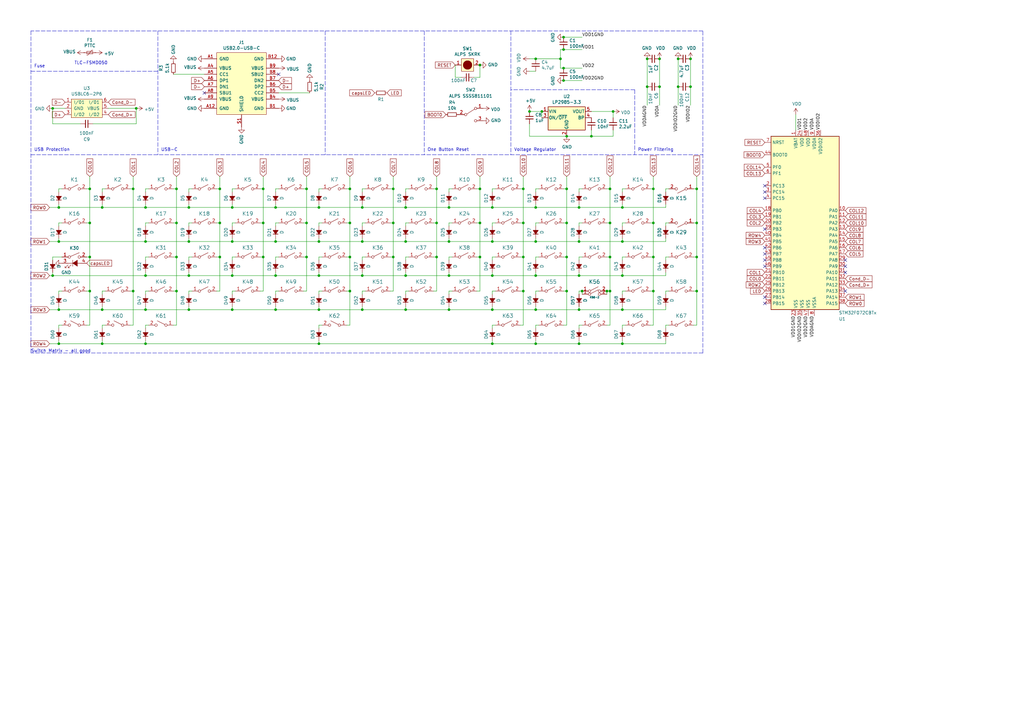
<source format=kicad_sch>
(kicad_sch (version 20211123) (generator eeschema)
  (paper "A3")
  (junction (at 24.13 99.06))
  (junction (at 21.59 113.03))
  (junction (at 250.19 119.38))
  (junction (at 90.17 77.47))
  (junction (at 214.63 119.38))
  (junction (at 125.73 91.44))
  (junction (at 55.88 44.45))
  (junction (at 201.93 127))
  (junction (at 179.07 77.47))
  (junction (at 237.49 140.97))
  (junction (at 219.71 140.97))
  (junction (at 59.69 127))
  (junction (at 77.47 85.09))
  (junction (at 143.51 91.44))
  (junction (at 148.59 99.06))
  (junction (at 54.61 119.38))
  (junction (at 130.81 140.97))
  (junction (at 77.47 99.06))
  (junction (at 41.91 140.97))
  (junction (at 201.93 85.09))
  (junction (at 77.47 113.03))
  (junction (at 267.97 119.38))
  (junction (at 21.59 44.45))
  (junction (at 217.17 45.72))
  (junction (at 250.19 77.47))
  (junction (at 242.57 55.88))
  (junction (at 72.39 105.41))
  (junction (at 231.14 15.24))
  (junction (at 54.61 77.47))
  (junction (at 59.69 85.09))
  (junction (at 232.41 105.41))
  (junction (at 285.75 119.38))
  (junction (at 196.85 77.47))
  (junction (at 143.51 77.47))
  (junction (at 219.71 85.09))
  (junction (at 107.95 91.44))
  (junction (at 255.27 127))
  (junction (at 36.83 105.41))
  (junction (at 166.37 85.09))
  (junction (at 267.97 105.41))
  (junction (at 237.49 127))
  (junction (at 148.59 127))
  (junction (at 95.25 127))
  (junction (at 95.25 85.09))
  (junction (at 161.29 91.44))
  (junction (at 107.95 105.41))
  (junction (at 278.13 35.56))
  (junction (at 196.85 91.44))
  (junction (at 95.25 99.06))
  (junction (at 184.15 113.03))
  (junction (at 72.39 119.38))
  (junction (at 130.81 99.06))
  (junction (at 285.75 105.41))
  (junction (at 161.29 105.41))
  (junction (at 237.49 113.03))
  (junction (at 255.27 85.09))
  (junction (at 36.83 119.38))
  (junction (at 267.97 91.44))
  (junction (at 231.14 20.32))
  (junction (at 237.49 85.09))
  (junction (at 214.63 105.41))
  (junction (at 250.19 91.44))
  (junction (at 113.03 127))
  (junction (at 90.17 105.41))
  (junction (at 59.69 140.97))
  (junction (at 184.15 127))
  (junction (at 222.25 45.72))
  (junction (at 219.71 24.13))
  (junction (at 59.69 113.03))
  (junction (at 113.03 85.09))
  (junction (at 201.93 113.03))
  (junction (at 148.59 113.03))
  (junction (at 59.69 99.06))
  (junction (at 113.03 113.03))
  (junction (at 278.13 24.13))
  (junction (at 41.91 127))
  (junction (at 270.51 24.13))
  (junction (at 248.92 119.38))
  (junction (at 251.46 45.72))
  (junction (at 72.39 77.47))
  (junction (at 95.25 113.03))
  (junction (at 196.85 26.67))
  (junction (at 179.07 91.44))
  (junction (at 72.39 91.44))
  (junction (at 219.71 127))
  (junction (at 231.14 33.02))
  (junction (at 285.75 91.44))
  (junction (at 130.81 127))
  (junction (at 24.13 85.09))
  (junction (at 196.85 105.41))
  (junction (at 255.27 140.97))
  (junction (at 238.76 119.38))
  (junction (at 283.21 24.13))
  (junction (at 255.27 113.03))
  (junction (at 166.37 99.06))
  (junction (at 214.63 77.47))
  (junction (at 143.51 105.41))
  (junction (at 24.13 140.97))
  (junction (at 148.59 85.09))
  (junction (at 270.51 35.56))
  (junction (at 24.13 127))
  (junction (at 219.71 99.06))
  (junction (at 219.71 113.03))
  (junction (at 283.21 35.56))
  (junction (at 77.47 127))
  (junction (at 265.43 24.13))
  (junction (at 130.81 85.09))
  (junction (at 161.29 77.47))
  (junction (at 201.93 140.97))
  (junction (at 113.03 99.06))
  (junction (at 232.41 77.47))
  (junction (at 237.49 99.06))
  (junction (at 267.97 77.47))
  (junction (at 166.37 127))
  (junction (at 107.95 77.47))
  (junction (at 36.83 91.44))
  (junction (at 179.07 105.41))
  (junction (at 166.37 113.03))
  (junction (at 201.93 99.06))
  (junction (at 143.51 119.38))
  (junction (at 255.27 99.06))
  (junction (at 232.41 119.38))
  (junction (at 229.87 24.13))
  (junction (at 125.73 105.41))
  (junction (at 130.81 113.03))
  (junction (at 36.83 77.47))
  (junction (at 285.75 77.47))
  (junction (at 232.41 55.88))
  (junction (at 41.91 85.09))
  (junction (at 265.43 35.56))
  (junction (at 232.41 91.44))
  (junction (at 184.15 99.06))
  (junction (at 250.19 105.41))
  (junction (at 125.73 77.47))
  (junction (at 184.15 85.09))
  (junction (at 90.17 91.44))
  (junction (at 231.14 27.94))
  (junction (at 214.63 91.44))
  (no_connect (at 83.82 38.1))
  (no_connect (at 313.69 121.92))
  (no_connect (at 114.3 30.48))
  (no_connect (at 346.71 109.22))
  (no_connect (at 346.71 119.38))
  (no_connect (at 313.69 76.2))
  (no_connect (at 313.69 104.14))
  (no_connect (at 313.69 78.74))
  (no_connect (at 313.69 109.22))
  (no_connect (at 313.69 106.68))
  (no_connect (at 313.69 124.46))
  (no_connect (at 346.71 111.76))
  (no_connect (at 346.71 106.68))
  (no_connect (at 313.69 101.6))
  (no_connect (at 313.69 93.98))
  (no_connect (at 313.69 81.28))
  (wire (pts (xy 184.15 77.47) (xy 185.42 77.47)))
  (wire (pts (xy 24.13 133.35) (xy 25.4 133.35)))
  (wire (pts (xy 201.93 85.09) (xy 219.71 85.09)))
  (wire (pts (xy 130.81 92.71) (xy 130.81 91.44)))
  (wire (pts (xy 161.29 119.38) (xy 161.29 105.41)))
  (wire (pts (xy 24.13 85.09) (xy 41.91 85.09)))
  (wire (pts (xy 148.59 99.06) (xy 148.59 97.79)))
  (wire (pts (xy 41.91 77.47) (xy 43.18 77.47)))
  (wire (pts (xy 36.83 119.38) (xy 36.83 105.41)))
  (wire (pts (xy 59.69 120.65) (xy 59.69 119.38)))
  (wire (pts (xy 107.95 77.47) (xy 107.95 72.39)))
  (wire (pts (xy 95.25 85.09) (xy 95.25 83.82)))
  (wire (pts (xy 24.13 140.97) (xy 24.13 139.7)))
  (wire (pts (xy 113.03 77.47) (xy 114.3 77.47)))
  (wire (pts (xy 284.48 77.47) (xy 285.75 77.47)))
  (wire (pts (xy 267.97 105.41) (xy 267.97 91.44)))
  (wire (pts (xy 229.87 24.13) (xy 229.87 20.32)))
  (wire (pts (xy 273.05 127) (xy 273.05 125.73)))
  (wire (pts (xy 88.9 105.41) (xy 90.17 105.41)))
  (wire (pts (xy 77.47 99.06) (xy 95.25 99.06)))
  (wire (pts (xy 77.47 113.03) (xy 77.47 111.76)))
  (wire (pts (xy 166.37 91.44) (xy 167.64 91.44)))
  (wire (pts (xy 214.63 105.41) (xy 214.63 91.44)))
  (wire (pts (xy 77.47 77.47) (xy 78.74 77.47)))
  (wire (pts (xy 285.75 133.35) (xy 285.75 119.38)))
  (wire (pts (xy 270.51 35.56) (xy 270.51 43.18)))
  (wire (pts (xy 77.47 113.03) (xy 95.25 113.03)))
  (wire (pts (xy 54.61 77.47) (xy 54.61 72.39)))
  (wire (pts (xy 255.27 105.41) (xy 256.54 105.41)))
  (wire (pts (xy 201.93 140.97) (xy 201.93 139.7)))
  (wire (pts (xy 130.81 99.06) (xy 130.81 97.79)))
  (wire (pts (xy 232.41 105.41) (xy 232.41 91.44)))
  (wire (pts (xy 232.41 55.88) (xy 242.57 55.88)))
  (wire (pts (xy 53.34 119.38) (xy 54.61 119.38)))
  (wire (pts (xy 237.49 127) (xy 237.49 125.73)))
  (wire (pts (xy 106.68 77.47) (xy 107.95 77.47)))
  (wire (pts (xy 231.14 27.94) (xy 229.87 27.94)))
  (wire (pts (xy 148.59 119.38) (xy 149.86 119.38)))
  (wire (pts (xy 148.59 113.03) (xy 148.59 111.76)))
  (wire (pts (xy 59.69 127) (xy 59.69 125.73)))
  (wire (pts (xy 219.71 78.74) (xy 219.71 77.47)))
  (wire (pts (xy 77.47 120.65) (xy 77.47 119.38)))
  (wire (pts (xy 237.49 99.06) (xy 237.49 97.79)))
  (polyline (pts (xy 288.29 144.78) (xy 288.29 12.7)))
  (wire (pts (xy 222.25 48.26) (xy 222.25 45.72)))
  (wire (pts (xy 36.83 105.41) (xy 36.83 91.44)))
  (wire (pts (xy 24.13 91.44) (xy 24.13 92.71)))
  (wire (pts (xy 284.48 91.44) (xy 285.75 91.44)))
  (wire (pts (xy 273.05 133.35) (xy 274.32 133.35)))
  (wire (pts (xy 273.05 120.65) (xy 273.05 119.38)))
  (wire (pts (xy 186.69 31.75) (xy 189.23 31.75)))
  (wire (pts (xy 166.37 127) (xy 166.37 125.73)))
  (wire (pts (xy 53.34 77.47) (xy 54.61 77.47)))
  (wire (pts (xy 184.15 120.65) (xy 184.15 119.38)))
  (wire (pts (xy 148.59 127) (xy 166.37 127)))
  (wire (pts (xy 219.71 140.97) (xy 219.71 139.7)))
  (wire (pts (xy 148.59 85.09) (xy 166.37 85.09)))
  (wire (pts (xy 219.71 119.38) (xy 220.98 119.38)))
  (wire (pts (xy 255.27 127) (xy 273.05 127)))
  (wire (pts (xy 77.47 127) (xy 95.25 127)))
  (wire (pts (xy 20.32 85.09) (xy 24.13 85.09)))
  (wire (pts (xy 217.17 29.21) (xy 219.71 29.21)))
  (wire (pts (xy 237.49 85.09) (xy 237.49 83.82)))
  (wire (pts (xy 72.39 105.41) (xy 72.39 91.44)))
  (wire (pts (xy 219.71 99.06) (xy 237.49 99.06)))
  (wire (pts (xy 273.05 77.47) (xy 274.32 77.47)))
  (wire (pts (xy 285.75 119.38) (xy 285.75 105.41)))
  (wire (pts (xy 106.68 105.41) (xy 107.95 105.41)))
  (wire (pts (xy 166.37 99.06) (xy 184.15 99.06)))
  (wire (pts (xy 219.71 85.09) (xy 219.71 83.82)))
  (wire (pts (xy 90.17 105.41) (xy 90.17 91.44)))
  (wire (pts (xy 77.47 78.74) (xy 77.47 77.47)))
  (wire (pts (xy 59.69 127) (xy 77.47 127)))
  (wire (pts (xy 166.37 113.03) (xy 166.37 111.76)))
  (wire (pts (xy 266.7 105.41) (xy 267.97 105.41)))
  (wire (pts (xy 71.12 105.41) (xy 72.39 105.41)))
  (wire (pts (xy 273.05 106.68) (xy 273.05 105.41)))
  (wire (pts (xy 24.13 120.65) (xy 24.13 119.38)))
  (wire (pts (xy 184.15 113.03) (xy 201.93 113.03)))
  (wire (pts (xy 124.46 91.44) (xy 125.73 91.44)))
  (wire (pts (xy 59.69 134.62) (xy 59.69 133.35)))
  (wire (pts (xy 237.49 106.68) (xy 237.49 105.41)))
  (wire (pts (xy 229.87 27.94) (xy 229.87 24.13)))
  (wire (pts (xy 237.49 133.35) (xy 238.76 133.35)))
  (wire (pts (xy 213.36 105.41) (xy 214.63 105.41)))
  (wire (pts (xy 201.93 78.74) (xy 201.93 77.47)))
  (wire (pts (xy 24.13 99.06) (xy 24.13 97.79)))
  (wire (pts (xy 231.14 77.47) (xy 232.41 77.47)))
  (wire (pts (xy 130.81 105.41) (xy 132.08 105.41)))
  (wire (pts (xy 166.37 127) (xy 184.15 127)))
  (wire (pts (xy 196.85 91.44) (xy 196.85 77.47)))
  (wire (pts (xy 71.12 30.48) (xy 83.82 30.48)))
  (wire (pts (xy 130.81 119.38) (xy 132.08 119.38)))
  (wire (pts (xy 54.61 77.47) (xy 54.61 119.38)))
  (wire (pts (xy 143.51 77.47) (xy 143.51 72.39)))
  (wire (pts (xy 20.32 140.97) (xy 24.13 140.97)))
  (wire (pts (xy 148.59 120.65) (xy 148.59 119.38)))
  (wire (pts (xy 214.63 133.35) (xy 214.63 119.38)))
  (wire (pts (xy 21.59 44.45) (xy 21.59 50.8)))
  (wire (pts (xy 130.81 106.68) (xy 130.81 105.41)))
  (wire (pts (xy 142.24 133.35) (xy 143.51 133.35)))
  (wire (pts (xy 270.51 24.13) (xy 270.51 35.56)))
  (wire (pts (xy 124.46 119.38) (xy 125.73 119.38)))
  (wire (pts (xy 59.69 113.03) (xy 77.47 113.03)))
  (wire (pts (xy 125.73 91.44) (xy 125.73 77.47)))
  (wire (pts (xy 237.49 105.41) (xy 238.76 105.41)))
  (wire (pts (xy 217.17 50.8) (xy 217.17 55.88)))
  (wire (pts (xy 148.59 78.74) (xy 148.59 77.47)))
  (wire (pts (xy 219.71 91.44) (xy 220.98 91.44)))
  (wire (pts (xy 232.41 91.44) (xy 232.41 77.47)))
  (wire (pts (xy 214.63 77.47) (xy 214.63 72.39)))
  (wire (pts (xy 255.27 120.65) (xy 255.27 119.38)))
  (wire (pts (xy 71.12 133.35) (xy 72.39 133.35)))
  (wire (pts (xy 219.71 140.97) (xy 237.49 140.97)))
  (wire (pts (xy 184.15 127) (xy 201.93 127)))
  (wire (pts (xy 72.39 77.47) (xy 72.39 72.39)))
  (wire (pts (xy 273.05 99.06) (xy 273.05 97.79)))
  (wire (pts (xy 255.27 134.62) (xy 255.27 133.35)))
  (wire (pts (xy 113.03 113.03) (xy 113.03 111.76)))
  (wire (pts (xy 59.69 113.03) (xy 59.69 111.76)))
  (wire (pts (xy 143.51 91.44) (xy 143.51 77.47)))
  (wire (pts (xy 219.71 127) (xy 237.49 127)))
  (wire (pts (xy 255.27 106.68) (xy 255.27 105.41)))
  (wire (pts (xy 255.27 99.06) (xy 273.05 99.06)))
  (wire (pts (xy 237.49 92.71) (xy 237.49 91.44)))
  (wire (pts (xy 213.36 77.47) (xy 214.63 77.47)))
  (wire (pts (xy 255.27 140.97) (xy 273.05 140.97)))
  (wire (pts (xy 35.56 119.38) (xy 36.83 119.38)))
  (wire (pts (xy 59.69 105.41) (xy 60.96 105.41)))
  (wire (pts (xy 24.13 85.09) (xy 24.13 83.82)))
  (wire (pts (xy 248.92 91.44) (xy 250.19 91.44)))
  (wire (pts (xy 231.14 105.41) (xy 232.41 105.41)))
  (polyline (pts (xy 173.99 12.7) (xy 173.99 63.5)))
  (wire (pts (xy 177.8 77.47) (xy 179.07 77.47)))
  (wire (pts (xy 255.27 140.97) (xy 255.27 139.7)))
  (wire (pts (xy 237.49 78.74) (xy 237.49 77.47)))
  (wire (pts (xy 238.76 119.38) (xy 237.49 119.38)))
  (wire (pts (xy 148.59 77.47) (xy 149.86 77.47)))
  (wire (pts (xy 238.76 33.02) (xy 231.14 33.02)))
  (wire (pts (xy 250.19 91.44) (xy 250.19 77.47)))
  (wire (pts (xy 219.71 127) (xy 219.71 125.73)))
  (wire (pts (xy 213.36 119.38) (xy 214.63 119.38)))
  (wire (pts (xy 255.27 113.03) (xy 273.05 113.03)))
  (wire (pts (xy 142.24 105.41) (xy 143.51 105.41)))
  (wire (pts (xy 71.12 91.44) (xy 72.39 91.44)))
  (wire (pts (xy 130.81 127) (xy 130.81 125.73)))
  (wire (pts (xy 219.71 134.62) (xy 219.71 133.35)))
  (wire (pts (xy 24.13 78.74) (xy 24.13 77.47)))
  (wire (pts (xy 24.13 127) (xy 24.13 125.73)))
  (wire (pts (xy 237.49 119.38) (xy 237.49 120.65)))
  (polyline (pts (xy 260.35 36.83) (xy 260.35 63.5)))
  (wire (pts (xy 160.02 105.41) (xy 161.29 105.41)))
  (wire (pts (xy 273.05 85.09) (xy 273.05 83.82)))
  (wire (pts (xy 113.03 127) (xy 130.81 127)))
  (wire (pts (xy 59.69 78.74) (xy 59.69 77.47)))
  (wire (pts (xy 77.47 91.44) (xy 78.74 91.44)))
  (wire (pts (xy 113.03 99.06) (xy 113.03 97.79)))
  (wire (pts (xy 222.25 45.72) (xy 217.17 45.72)))
  (wire (pts (xy 266.7 91.44) (xy 267.97 91.44)))
  (wire (pts (xy 95.25 91.44) (xy 96.52 91.44)))
  (wire (pts (xy 113.03 85.09) (xy 113.03 83.82)))
  (wire (pts (xy 255.27 133.35) (xy 256.54 133.35)))
  (wire (pts (xy 59.69 140.97) (xy 130.81 140.97)))
  (wire (pts (xy 201.93 91.44) (xy 203.2 91.44)))
  (wire (pts (xy 248.92 119.38) (xy 250.19 119.38)))
  (wire (pts (xy 41.91 140.97) (xy 41.91 139.7)))
  (wire (pts (xy 130.81 85.09) (xy 148.59 85.09)))
  (wire (pts (xy 148.59 99.06) (xy 166.37 99.06)))
  (wire (pts (xy 124.46 105.41) (xy 125.73 105.41)))
  (wire (pts (xy 95.25 99.06) (xy 95.25 97.79)))
  (wire (pts (xy 113.03 99.06) (xy 130.81 99.06)))
  (wire (pts (xy 266.7 133.35) (xy 267.97 133.35)))
  (wire (pts (xy 166.37 113.03) (xy 184.15 113.03)))
  (wire (pts (xy 242.57 55.88) (xy 251.46 55.88)))
  (wire (pts (xy 201.93 113.03) (xy 219.71 113.03)))
  (wire (pts (xy 25.4 105.41) (xy 21.59 105.41)))
  (wire (pts (xy 255.27 127) (xy 255.27 125.73)))
  (wire (pts (xy 166.37 77.47) (xy 167.64 77.47)))
  (wire (pts (xy 143.51 119.38) (xy 143.51 105.41)))
  (wire (pts (xy 232.41 77.47) (xy 232.41 72.39)))
  (wire (pts (xy 273.05 140.97) (xy 273.05 139.7)))
  (wire (pts (xy 95.25 119.38) (xy 96.52 119.38)))
  (wire (pts (xy 285.75 77.47) (xy 285.75 72.39)))
  (wire (pts (xy 148.59 113.03) (xy 166.37 113.03)))
  (wire (pts (xy 273.05 78.74) (xy 273.05 77.47)))
  (wire (pts (xy 77.47 105.41) (xy 78.74 105.41)))
  (wire (pts (xy 130.81 113.03) (xy 148.59 113.03)))
  (wire (pts (xy 106.68 91.44) (xy 107.95 91.44)))
  (wire (pts (xy 201.93 133.35) (xy 203.2 133.35)))
  (wire (pts (xy 77.47 85.09) (xy 77.47 83.82)))
  (wire (pts (xy 232.41 133.35) (xy 232.41 119.38)))
  (wire (pts (xy 166.37 85.09) (xy 166.37 83.82)))
  (wire (pts (xy 20.32 99.06) (xy 24.13 99.06)))
  (wire (pts (xy 196.85 77.47) (xy 196.85 72.39)))
  (wire (pts (xy 231.14 133.35) (xy 232.41 133.35)))
  (wire (pts (xy 231.14 27.94) (xy 238.76 27.94)))
  (wire (pts (xy 284.48 105.41) (xy 285.75 105.41)))
  (wire (pts (xy 166.37 85.09) (xy 184.15 85.09)))
  (wire (pts (xy 113.03 85.09) (xy 130.81 85.09)))
  (wire (pts (xy 255.27 85.09) (xy 255.27 83.82)))
  (wire (pts (xy 59.69 99.06) (xy 59.69 97.79)))
  (wire (pts (xy 106.68 119.38) (xy 107.95 119.38)))
  (wire (pts (xy 77.47 99.06) (xy 77.47 97.79)))
  (wire (pts (xy 36.83 91.44) (xy 35.56 91.44)))
  (wire (pts (xy 238.76 120.65) (xy 238.76 119.38)))
  (wire (pts (xy 72.39 91.44) (xy 72.39 77.47)))
  (wire (pts (xy 184.15 78.74) (xy 184.15 77.47)))
  (wire (pts (xy 219.71 120.65) (xy 219.71 119.38)))
  (wire (pts (xy 201.93 127) (xy 201.93 125.73)))
  (wire (pts (xy 130.81 78.74) (xy 130.81 77.47)))
  (polyline (pts (xy 64.77 12.7) (xy 64.77 63.5)))
  (wire (pts (xy 161.29 105.41) (xy 161.29 91.44)))
  (wire (pts (xy 195.58 119.38) (xy 196.85 119.38)))
  (wire (pts (xy 213.36 91.44) (xy 214.63 91.44)))
  (wire (pts (xy 113.03 92.71) (xy 113.03 91.44)))
  (wire (pts (xy 273.05 119.38) (xy 274.32 119.38)))
  (wire (pts (xy 201.93 113.03) (xy 201.93 111.76)))
  (wire (pts (xy 201.93 120.65) (xy 201.93 119.38)))
  (wire (pts (xy 95.25 78.74) (xy 95.25 77.47)))
  (wire (pts (xy 59.69 119.38) (xy 60.96 119.38)))
  (wire (pts (xy 113.03 106.68) (xy 113.03 105.41)))
  (wire (pts (xy 59.69 140.97) (xy 59.69 139.7)))
  (wire (pts (xy 36.83 77.47) (xy 36.83 91.44)))
  (wire (pts (xy 59.69 77.47) (xy 60.96 77.47)))
  (wire (pts (xy 201.93 119.38) (xy 203.2 119.38)))
  (wire (pts (xy 90.17 91.44) (xy 90.17 77.47)))
  (wire (pts (xy 237.49 113.03) (xy 255.27 113.03)))
  (wire (pts (xy 21.59 50.8) (xy 33.02 50.8)))
  (wire (pts (xy 35.56 77.47) (xy 36.83 77.47)))
  (wire (pts (xy 201.93 77.47) (xy 203.2 77.47)))
  (wire (pts (xy 255.27 85.09) (xy 273.05 85.09)))
  (wire (pts (xy 229.87 24.13) (xy 219.71 24.13)))
  (wire (pts (xy 201.93 92.71) (xy 201.93 91.44)))
  (wire (pts (xy 184.15 99.06) (xy 184.15 97.79)))
  (polyline (pts (xy 209.55 12.7) (xy 209.55 63.5)))
  (wire (pts (xy 41.91 133.35) (xy 43.18 133.35)))
  (wire (pts (xy 130.81 99.06) (xy 148.59 99.06)))
  (wire (pts (xy 24.13 140.97) (xy 41.91 140.97)))
  (wire (pts (xy 184.15 113.03) (xy 184.15 111.76)))
  (wire (pts (xy 267.97 133.35) (xy 267.97 119.38)))
  (wire (pts (xy 231.14 91.44) (xy 232.41 91.44)))
  (wire (pts (xy 95.25 120.65) (xy 95.25 119.38)))
  (wire (pts (xy 184.15 91.44) (xy 185.42 91.44)))
  (wire (pts (xy 265.43 24.13) (xy 265.43 35.56)))
  (wire (pts (xy 161.29 91.44) (xy 161.29 77.47)))
  (wire (pts (xy 113.03 105.41) (xy 114.3 105.41)))
  (wire (pts (xy 148.59 127) (xy 148.59 125.73)))
  (wire (pts (xy 195.58 91.44) (xy 196.85 91.44)))
  (wire (pts (xy 255.27 113.03) (xy 255.27 111.76)))
  (wire (pts (xy 24.13 127) (xy 41.91 127)))
  (wire (pts (xy 267.97 119.38) (xy 267.97 105.41)))
  (wire (pts (xy 130.81 91.44) (xy 132.08 91.44)))
  (wire (pts (xy 237.49 140.97) (xy 255.27 140.97)))
  (wire (pts (xy 125.73 77.47) (xy 125.73 72.39)))
  (polyline (pts (xy 12.7 12.7) (xy 12.7 144.78)))
  (polyline (pts (xy 288.29 144.78) (xy 12.7 144.78)))
  (wire (pts (xy 142.24 91.44) (xy 143.51 91.44)))
  (wire (pts (xy 95.25 127) (xy 113.03 127)))
  (wire (pts (xy 95.25 106.68) (xy 95.25 105.41)))
  (wire (pts (xy 55.88 50.8) (xy 38.1 50.8)))
  (wire (pts (xy 41.91 120.65) (xy 41.91 119.38)))
  (wire (pts (xy 53.34 133.35) (xy 54.61 133.35)))
  (wire (pts (xy 201.93 106.68) (xy 201.93 105.41)))
  (wire (pts (xy 41.91 127) (xy 59.69 127)))
  (wire (pts (xy 21.59 113.03) (xy 59.69 113.03)))
  (wire (pts (xy 184.15 119.38) (xy 185.42 119.38)))
  (wire (pts (xy 71.12 119.38) (xy 72.39 119.38)))
  (wire (pts (xy 229.87 20.32) (xy 231.14 20.32)))
  (wire (pts (xy 242.57 45.72) (xy 251.46 45.72)))
  (wire (pts (xy 201.93 85.09) (xy 201.93 83.82)))
  (wire (pts (xy 77.47 119.38) (xy 78.74 119.38)))
  (wire (pts (xy 35.56 133.35) (xy 36.83 133.35)))
  (wire (pts (xy 160.02 91.44) (xy 161.29 91.44)))
  (wire (pts (xy 95.25 113.03) (xy 113.03 113.03)))
  (wire (pts (xy 213.36 133.35) (xy 214.63 133.35)))
  (wire (pts (xy 59.69 85.09) (xy 59.69 83.82)))
  (wire (pts (xy 130.81 85.09) (xy 130.81 83.82)))
  (wire (pts (xy 248.92 105.41) (xy 250.19 105.41)))
  (wire (pts (xy 113.03 78.74) (xy 113.03 77.47)))
  (wire (pts (xy 278.13 24.13) (xy 278.13 35.56)))
  (wire (pts (xy 283.21 35.56) (xy 283.21 43.18)))
  (wire (pts (xy 219.71 77.47) (xy 220.98 77.47)))
  (wire (pts (xy 95.25 92.71) (xy 95.25 91.44)))
  (wire (pts (xy 273.05 105.41) (xy 274.32 105.41)))
  (wire (pts (xy 59.69 85.09) (xy 77.47 85.09)))
  (wire (pts (xy 184.15 85.09) (xy 184.15 83.82)))
  (wire (pts (xy 255.27 99.06) (xy 255.27 97.79)))
  (wire (pts (xy 214.63 119.38) (xy 214.63 105.41)))
  (wire (pts (xy 273.05 92.71) (xy 273.05 91.44)))
  (wire (pts (xy 166.37 105.41) (xy 167.64 105.41)))
  (wire (pts (xy 250.19 119.38) (xy 250.19 105.41)))
  (wire (pts (xy 41.91 134.62) (xy 41.91 133.35)))
  (wire (pts (xy 77.47 85.09) (xy 95.25 85.09)))
  (wire (pts (xy 148.59 106.68) (xy 148.59 105.41)))
  (wire (pts (xy 179.07 119.38) (xy 179.07 105.41)))
  (wire (pts (xy 177.8 91.44) (xy 179.07 91.44)))
  (wire (pts (xy 267.97 77.47) (xy 267.97 72.39)))
  (wire (pts (xy 24.13 119.38) (xy 25.4 119.38)))
  (wire (pts (xy 214.63 91.44) (xy 214.63 77.47)))
  (wire (pts (xy 142.24 119.38) (xy 143.51 119.38)))
  (wire (pts (xy 130.81 77.47) (xy 132.08 77.47)))
  (wire (pts (xy 267.97 91.44) (xy 267.97 77.47)))
  (wire (pts (xy 255.27 77.47) (xy 256.54 77.47)))
  (wire (pts (xy 24.13 134.62) (xy 24.13 133.35)))
  (wire (pts (xy 107.95 91.44) (xy 107.95 77.47)))
  (wire (pts (xy 90.17 119.38) (xy 90.17 105.41)))
  (wire (pts (xy 21.59 111.76) (xy 21.59 113.03)))
  (wire (pts (xy 248.92 120.65) (xy 248.92 119.38)))
  (wire (pts (xy 179.07 77.47) (xy 179.07 72.39)))
  (wire (pts (xy 130.81 133.35) (xy 132.08 133.35)))
  (wire (pts (xy 219.71 113.03) (xy 219.71 111.76)))
  (wire (pts (xy 41.91 85.09) (xy 41.91 83.82)))
  (wire (pts (xy 231.14 119.38) (xy 232.41 119.38)))
  (wire (pts (xy 237.49 77.47) (xy 238.76 77.47)))
  (polyline (pts (xy 133.35 12.7) (xy 133.35 63.5)))
  (wire (pts (xy 161.29 77.47) (xy 161.29 72.39)))
  (wire (pts (xy 217.17 24.13) (xy 219.71 24.13)))
  (wire (pts (xy 95.25 77.47) (xy 96.52 77.47)))
  (wire (pts (xy 35.56 105.41) (xy 36.83 105.41)))
  (wire (pts (xy 166.37 106.68) (xy 166.37 105.41)))
  (wire (pts (xy 44.45 44.45) (xy 55.88 44.45)))
  (wire (pts (xy 195.58 77.47) (xy 196.85 77.47)))
  (wire (pts (xy 217.17 55.88) (xy 232.41 55.88)))
  (wire (pts (xy 71.12 77.47) (xy 72.39 77.47)))
  (wire (pts (xy 59.69 133.35) (xy 60.96 133.35)))
  (wire (pts (xy 196.85 31.75) (xy 194.31 31.75)))
  (wire (pts (xy 255.27 78.74) (xy 255.27 77.47)))
  (wire (pts (xy 59.69 106.68) (xy 59.69 105.41)))
  (wire (pts (xy 219.71 99.06) (xy 219.71 97.79)))
  (wire (pts (xy 238.76 20.32) (xy 231.14 20.32)))
  (wire (pts (xy 242.57 55.88) (xy 242.57 53.34)))
  (wire (pts (xy 219.71 106.68) (xy 219.71 105.41)))
  (wire (pts (xy 201.93 134.62) (xy 201.93 133.35)))
  (wire (pts (xy 237.49 85.09) (xy 255.27 85.09)))
  (wire (pts (xy 130.81 140.97) (xy 130.81 139.7)))
  (wire (pts (xy 266.7 119.38) (xy 267.97 119.38)))
  (wire (pts (xy 72.39 119.38) (xy 72.39 105.41)))
  (wire (pts (xy 41.91 140.97) (xy 59.69 140.97)))
  (wire (pts (xy 160.02 119.38) (xy 161.29 119.38)))
  (wire (pts (xy 195.58 105.41) (xy 196.85 105.41)))
  (wire (pts (xy 113.03 113.03) (xy 130.81 113.03)))
  (wire (pts (xy 166.37 119.38) (xy 167.64 119.38)))
  (wire (pts (xy 184.15 106.68) (xy 184.15 105.41)))
  (wire (pts (xy 273.05 91.44) (xy 274.32 91.44)))
  (wire (pts (xy 95.25 105.41) (xy 96.52 105.41)))
  (wire (pts (xy 166.37 78.74) (xy 166.37 77.47)))
  (wire (pts (xy 36.83 77.47) (xy 36.83 72.39)))
  (wire (pts (xy 201.93 99.06) (xy 201.93 97.79)))
  (wire (pts (xy 113.03 91.44) (xy 114.3 91.44)))
  (wire (pts (xy 184.15 127) (xy 184.15 125.73)))
  (wire (pts (xy 248.92 77.47) (xy 250.19 77.47)))
  (wire (pts (xy 219.71 133.35) (xy 220.98 133.35)))
  (wire (pts (xy 41.91 119.38) (xy 43.18 119.38)))
  (polyline (pts (xy 12.7 29.21) (xy 64.77 29.21)))
  (wire (pts (xy 285.75 91.44) (xy 285.75 77.47)))
  (wire (pts (xy 250.19 77.47) (xy 250.19 72.39)))
  (wire (pts (xy 196.85 26.67) (xy 196.85 31.75)))
  (wire (pts (xy 186.69 26.67) (xy 186.69 31.75)))
  (wire (pts (xy 179.07 105.41) (xy 179.07 91.44)))
  (wire (pts (xy 36.83 133.35) (xy 36.83 119.38)))
  (wire (pts (xy 130.81 134.62) (xy 130.81 133.35)))
  (wire (pts (xy 251.46 55.88) (xy 251.46 53.34)))
  (wire (pts (xy 285.75 105.41) (xy 285.75 91.44)))
  (polyline (pts (xy 260.35 36.83) (xy 209.55 36.83)))
  (wire (pts (xy 77.47 127) (xy 77.47 125.73)))
  (wire (pts (xy 266.7 77.47) (xy 267.97 77.47)))
  (wire (pts (xy 201.93 127) (xy 219.71 127)))
  (wire (pts (xy 21.59 44.45) (xy 26.67 44.45)))
  (wire (pts (xy 143.51 105.41) (xy 143.51 91.44)))
  (wire (pts (xy 77.47 92.71) (xy 77.47 91.44)))
  (wire (pts (xy 232.41 119.38) (xy 232.41 105.41)))
  (wire (pts (xy 179.07 91.44) (xy 179.07 77.47)))
  (wire (pts (xy 113.03 119.38) (xy 114.3 119.38)))
  (wire (pts (xy 55.88 50.8) (xy 55.88 44.45)))
  (wire (pts (xy 237.49 127) (xy 255.27 127)))
  (wire (pts (xy 237.49 134.62) (xy 237.49 133.35)))
  (wire (pts (xy 130.81 120.65) (xy 130.81 119.38)))
  (wire (pts (xy 107.95 105.41) (xy 107.95 91.44)))
  (wire (pts (xy 95.25 113.03) (xy 95.25 111.76)))
  (wire (pts (xy 177.8 119.38) (xy 179.07 119.38)))
  (wire (pts (xy 273.05 134.62) (xy 273.05 133.35)))
  (wire (pts (xy 124.46 77.47) (xy 125.73 77.47)))
  (wire (pts (xy 251.46 48.26) (xy 251.46 45.72)))
  (wire (pts (xy 201.93 140.97) (xy 219.71 140.97)))
  (wire (pts (xy 250.19 105.41) (xy 250.19 91.44)))
  (wire (pts (xy 184.15 85.09) (xy 201.93 85.09)))
  (polyline (pts (xy 12.7 63.5) (xy 288.29 63.5)))
  (wire (pts (xy 142.24 77.47) (xy 143.51 77.47)))
  (wire (pts (xy 184.15 92.71) (xy 184.15 91.44)))
  (wire (pts (xy 265.43 35.56) (xy 265.43 43.18)))
  (wire (pts (xy 59.69 92.71) (xy 59.69 91.44)))
  (wire (pts (xy 248.92 133.35) (xy 250.19 133.35)))
  (wire (pts (xy 219.71 92.71) (xy 219.71 91.44)))
  (wire (pts (xy 130.81 127) (xy 148.59 127)))
  (wire (pts (xy 166.37 99.06) (xy 166.37 97.79)))
  (wire (pts (xy 113.03 127) (xy 113.03 125.73)))
  (wire (pts (xy 148.59 85.09) (xy 148.59 83.82)))
  (wire (pts (xy 250.19 133.35) (xy 250.19 119.38)))
  (wire (pts (xy 113.03 120.65) (xy 113.03 119.38)))
  (wire (pts (xy 283.21 24.13) (xy 283.21 35.56)))
  (wire (pts (xy 148.59 105.41) (xy 149.86 105.41)))
  (wire (pts (xy 130.81 140.97) (xy 201.93 140.97)))
  (wire (pts (xy 88.9 77.47) (xy 90.17 77.47)))
  (wire (pts (xy 59.69 99.06) (xy 77.47 99.06)))
  (wire (pts (xy 59.69 91.44) (xy 60.96 91.44)))
  (wire (pts (xy 177.8 105.41) (xy 179.07 105.41)))
  (wire (pts (xy 278.13 35.56) (xy 278.13 43.18)))
  (wire (pts (xy 143.51 133.35) (xy 143.51 119.38)))
  (wire (pts (xy 25.4 91.44) (xy 24.13 91.44)))
  (wire (pts (xy 20.32 113.03) (xy 21.59 113.03)))
  (wire (pts (xy 201.93 105.41) (xy 203.2 105.41)))
  (wire (pts (xy 219.71 105.41) (xy 220.98 105.41)))
  (wire (pts (xy 125.73 119.38) (xy 125.73 105.41)))
  (wire (pts (xy 219.71 113.03) (xy 237.49 113.03)))
  (wire (pts (xy 201.93 99.06) (xy 219.71 99.06)))
  (wire (pts (xy 88.9 119.38) (xy 90.17 119.38)))
  (wire (pts (xy 196.85 105.41) (xy 196.85 91.44)))
  (wire (pts (xy 237.49 91.44) (xy 238.76 91.44)))
  (wire (pts (xy 237.49 113.03) (xy 237.49 111.76)))
  (wire (pts (xy 184.15 105.41) (xy 185.42 105.41)))
  (wire (pts (xy 24.13 77.47) (xy 25.4 77.47)))
  (wire (pts (xy 284.48 119.38) (xy 285.75 119.38)))
  (wire (pts (xy 237.49 99.06) (xy 255.27 99.06)))
  (wire (pts (xy 326.39 46.99) (xy 326.39 53.34)))
  (wire (pts (xy 20.32 127) (xy 24.13 127)))
  (wire (pts (xy 95.25 85.09) (xy 113.03 85.09)))
  (wire (pts (xy 24.13 99.06) (xy 59.69 99.06)))
  (wire (pts (xy 273.05 113.03) (xy 273.05 111.76)))
  (wire (pts (xy 41.91 85.09) (xy 59.69 85.09)))
  (wire (pts (xy 95.25 127) (xy 95.25 125.73)))
  (wire (pts (xy 41.91 78.74) (xy 41.91 77.47)))
  (wire (pts (xy 196.85 119.38) (xy 196.85 105.41)))
  (wire (pts (xy 284.48 133.35) (xy 285.75 133.35)))
  (wire (pts (xy 77.47 106.68) (xy 77.47 105.41)))
  (wire (pts (xy 41.91 127) (xy 41.91 125.73)))
  (wire (pts (xy 255.27 91.44) (xy 256.54 91.44)))
  (wire (pts (xy 237.49 140.97) (xy 237.49 139.7)))
  (wire (pts (xy 255.27 119.38) (xy 256.54 119.38)))
  (polyline (pts (xy 288.29 12.7) (xy 12.7 12.7)))
  (wire (pts (xy 107.95 119.38) (xy 107.95 105.41)))
  (wire (pts (xy 95.25 99.06) (xy 113.03 99.06)))
  (wire (pts (xy 125.73 105.41) (xy 125.73 91.44)))
  (wire (pts (xy 148.59 92.71) (xy 148.59 91.44)))
  (wire (pts (xy 255.27 92.71) (xy 255.27 91.44)))
  (wire (pts (xy 219.71 85.09) (xy 237.49 85.09)))
  (wire (pts (xy 148.59 91.44) (xy 149.86 91.44)))
  (wire (pts (xy 160.02 77.47) (xy 161.29 77.47)))
  (wire (pts (xy 231.14 15.24) (xy 238.76 15.24)))
  (wire (pts (xy 72.39 133.35) (xy 72.39 119.38)))
  (wire (pts (xy 166.37 92.71) (xy 166.37 91.44)))
  (wire (pts (xy 166.37 120.65) (xy 166.37 119.38)))
  (wire (pts (xy 90.17 77.47) (xy 90.17 72.39)))
  (wire (pts (xy 130.81 113.03) (xy 130.81 111.76)))
  (wire (pts (xy 21.59 105.41) (xy 21.59 106.68)))
  (wire (pts (xy 114.3 38.1) (xy 127 38.1)))
  (wire (pts (xy 54.61 133.35) (xy 54.61 119.38)))
  (wire (pts (xy 88.9 91.44) (xy 90.17 91.44)))
  (wire (pts (xy 184.15 99.06) (xy 201.93 99.06)))
  (text "Power Filtering" (at 261.62 62.23 0) (effects (font (size 1.27 1.27)) (justify left bottom)))
  (text "Switch Matrix - all good" (at 12.7 144.78 0) (effects (font (size 1.27 1.27)) (justify left bottom)))
  (text "USB-C" (at 66.04 62.23 0) (effects (font (size 1.27 1.27)) (justify left bottom)))
  (text "USB Protection" (at 13.97 62.23 0) (effects (font (size 1.27 1.27)) (justify left bottom)))
  (text "TLC-FSMD050" (at 30.48 26.67 0) (effects (font (size 1.27 1.27)) (justify left bottom)))
  (text "Voltage Regulator" (at 210.82 62.23 0) (effects (font (size 1.27 1.27)) (justify left bottom)))
  (text "One Button Reset" (at 175.26 62.23 0) (effects (font (size 1.27 1.27)) (justify left bottom)))
  (text "Fuse" (at 13.97 27.94 0) (effects (font (size 1.27 1.27)) (justify left bottom)))
  (label "VDDIO2GND" (at 328.93 129.54 270))
  (label "VDD1" (at 328.93 53.34 90))
  (label "VDDIO2GND" (at 278.13 43.18 270))
  (label "VDDIO2" (at 336.55 53.34 90))
  (label "VDDAGND" (at 265.43 43.18 270))
  (label "VDD2GND" (at 238.76 33.02 0))
  (label "VDD1" (at 238.76 20.32 0))
  (label "VDDIO2" (at 283.21 43.18 270))
  (label "VDD2" (at 331.47 53.34 90))
  (label "VDDA" (at 334.01 53.34 90))
  (label "VDD2" (at 238.76 27.94 0))
  (label "VDDA" (at 270.51 43.18 270))
  (label "VDD2GND" (at 331.47 129.54 270))
  (label "VDD1GND" (at 238.76 15.24 0))
  (label "VDD1GND" (at 326.39 129.54 270))
  (label "VDDAGND" (at 334.01 129.54 270))
  (global_label "Cond_D+" (shape input) (at 346.71 116.84 0) (property "Intersheet References" "${INTERSHEET_REFS}" (effects hide)))
  (global_label "ROW3" (shape input) (at 20.32 127 180) (property "Intersheet References" "${INTERSHEET_REFS}" (effects hide)))
  (global_label "capsLED" (shape input) (at 35.56 107.95 0) (property "Intersheet References" "${INTERSHEET_REFS}" (effects hide)))
  (global_label "COL4" (shape input) (at 313.69 86.36 180) (property "Intersheet References" "${INTERSHEET_REFS}" (effects hide)))
  (global_label "ROW4" (shape input) (at 20.32 140.97 180) (property "Intersheet References" "${INTERSHEET_REFS}" (effects hide)))
  (global_label "COL12" (shape input) (at 250.19 72.39 90) (property "Intersheet References" "${INTERSHEET_REFS}" (effects hide)))
  (global_label "COL7" (shape input) (at 161.29 72.39 90) (property "Intersheet References" "${INTERSHEET_REFS}" (effects hide)))
  (global_label "LED" (shape input) (at 313.69 119.38 180) (property "Intersheet References" "${INTERSHEET_REFS}" (effects hide)))
  (global_label "Cond_D-" (shape input) (at 44.45 41.91 0) (property "Intersheet References" "${INTERSHEET_REFS}" (effects hide)))
  (global_label "COL10" (shape input) (at 346.71 91.44 0) (property "Intersheet References" "${INTERSHEET_REFS}" (effects hide)))
  (global_label "ROW2" (shape input) (at 20.32 113.03 180) (property "Intersheet References" "${INTERSHEET_REFS}" (effects hide)))
  (global_label "COL3" (shape input) (at 313.69 88.9 180) (property "Intersheet References" "${INTERSHEET_REFS}" (effects hide)))
  (global_label "D+" (shape input) (at 83.82 33.02 180) (property "Intersheet References" "${INTERSHEET_REFS}" (effects hide)))
  (global_label "Cond_D-" (shape input) (at 346.71 114.3 0) (property "Intersheet References" "${INTERSHEET_REFS}" (effects hide)))
  (global_label "capsLED" (shape input) (at 153.67 38.1 180) (property "Intersheet References" "${INTERSHEET_REFS}" (effects hide)))
  (global_label "COL8" (shape input) (at 179.07 72.39 90) (property "Intersheet References" "${INTERSHEET_REFS}" (effects hide)))
  (global_label "COL6" (shape input) (at 143.51 72.39 90) (property "Intersheet References" "${INTERSHEET_REFS}" (effects hide)))
  (global_label "COL14" (shape input) (at 313.69 68.58 180) (property "Intersheet References" "${INTERSHEET_REFS}" (effects hide)))
  (global_label "D+" (shape input) (at 114.3 35.56 0) (property "Intersheet References" "${INTERSHEET_REFS}" (effects hide)))
  (global_label "BOOT0" (shape input) (at 182.88 46.99 180) (property "Intersheet References" "${INTERSHEET_REFS}" (effects hide)))
  (global_label "RESET" (shape input) (at 313.69 58.42 180) (property "Intersheet References" "${INTERSHEET_REFS}" (effects hide)))
  (global_label "COL3" (shape input) (at 90.17 72.39 90) (property "Intersheet References" "${INTERSHEET_REFS}" (effects hide)))
  (global_label "ROW0" (shape input) (at 20.32 85.09 180) (property "Intersheet References" "${INTERSHEET_REFS}" (effects hide)))
  (global_label "COL6" (shape input) (at 346.71 101.6 0) (property "Intersheet References" "${INTERSHEET_REFS}" (effects hide)))
  (global_label "COL13" (shape input) (at 313.69 71.12 180) (property "Intersheet References" "${INTERSHEET_REFS}" (effects hide)))
  (global_label "COL5" (shape input) (at 346.71 104.14 0) (property "Intersheet References" "${INTERSHEET_REFS}" (effects hide)))
  (global_label "COL9" (shape input) (at 346.71 93.98 0) (property "Intersheet References" "${INTERSHEET_REFS}" (effects hide)))
  (global_label "ROW1" (shape input) (at 20.32 99.06 180) (property "Intersheet References" "${INTERSHEET_REFS}" (effects hide)))
  (global_label "COL11" (shape input) (at 232.41 72.39 90) (property "Intersheet References" "${INTERSHEET_REFS}" (effects hide)))
  (global_label "ROW3" (shape input) (at 313.69 99.06 180) (property "Intersheet References" "${INTERSHEET_REFS}" (effects hide)))
  (global_label "COL1" (shape input) (at 313.69 111.76 180) (property "Intersheet References" "${INTERSHEET_REFS}" (effects hide)))
  (global_label "COL5" (shape input) (at 125.73 72.39 90) (property "Intersheet References" "${INTERSHEET_REFS}" (effects hide)))
  (global_label "COL10" (shape input) (at 214.63 72.39 90) (property "Intersheet References" "${INTERSHEET_REFS}" (effects hide)))
  (global_label "D-" (shape input) (at 114.3 33.02 0) (property "Intersheet References" "${INTERSHEET_REFS}" (effects hide)))
  (global_label "ROW4" (shape input) (at 313.69 96.52 180) (property "Intersheet References" "${INTERSHEET_REFS}" (effects hide)))
  (global_label "LED" (shape input) (at 158.75 38.1 0) (property "Intersheet References" "${INTERSHEET_REFS}" (effects hide)))
  (global_label "D-" (shape input) (at 83.82 35.56 180) (property "Intersheet References" "${INTERSHEET_REFS}" (effects hide)))
  (global_label "COL2" (shape input) (at 313.69 91.44 180) (property "Intersheet References" "${INTERSHEET_REFS}" (effects hide)))
  (global_label "ROW0" (shape input) (at 346.71 124.46 0) (property "Intersheet References" "${INTERSHEET_REFS}" (effects hide)))
  (global_label "RESET" (shape input) (at 186.69 26.67 180) (property "Intersheet References" "${INTERSHEET_REFS}" (effects hide)))
  (global_label "COL8" (shape input) (at 346.71 96.52 0) (property "Intersheet References" "${INTERSHEET_REFS}" (effects hide)))
  (global_label "D-" (shape input) (at 26.67 41.91 180) (property "Intersheet References" "${INTERSHEET_REFS}" (effects hide)))
  (global_label "COL13" (shape input) (at 267.97 72.39 90) (property "Intersheet References" "${INTERSHEET_REFS}" (effects hide)))
  (global_label "COL1" (shape input) (at 54.61 72.39 90) (property "Intersheet References" "${INTERSHEET_REFS}" (effects hide)))
  (global_label "ROW2" (shape input) (at 313.69 116.84 180) (property "Intersheet References" "${INTERSHEET_REFS}" (effects hide)))
  (global_label "D+" (shape input) (at 26.67 46.99 180) (property "Intersheet References" "${INTERSHEET_REFS}" (effects hide)))
  (global_label "COL0" (shape input) (at 313.69 114.3 180) (property "Intersheet References" "${INTERSHEET_REFS}" (effects hide)))
  (global_label "COL14" (shape input) (at 285.75 72.39 90) (property "Intersheet References" "${INTERSHEET_REFS}" (effects hide)))
  (global_label "COL9" (shape input) (at 196.85 72.39 90) (property "Intersheet References" "${INTERSHEET_REFS}" (effects hide)))
  (global_label "COL4" (shape input) (at 107.95 72.39 90) (property "Intersheet References" "${INTERSHEET_REFS}" (effects hide)))
  (global_label "BOOT0" (shape input) (at 313.69 63.5 180) (property "Intersheet References" "${INTERSHEET_REFS}" (effects hide)))
  (global_label "Cond_D+" (shape input) (at 44.45 46.99 0) (property "Intersheet References" "${INTERSHEET_REFS}" (effects hide)))
  (global_label "COL0" (shape input) (at 36.83 72.39 90) (property "Intersheet References" "${INTERSHEET_REFS}" (effects hide)))
  (global_label "ROW1" (shape input) (at 346.71 121.92 0) (property "Intersheet References" "${INTERSHEET_REFS}" (effects hide)))
  (global_label "COL12" (shape input) (at 346.71 86.36 0) (property "Intersheet References" "${INTERSHEET_REFS}" (effects hide)))
  (global_label "COL11" (shape input) (at 346.71 88.9 0) (property "Intersheet References" "${INTERSHEET_REFS}" (effects hide)))
  (global_label "COL7" (shape input) (at 346.71 99.06 0) (property "Intersheet References" "${INTERSHEET_REFS}" (effects hide)))
  (global_label "COL2" (shape input) (at 72.39 72.39 90) (property "Intersheet References" "${INTERSHEET_REFS}" (effects hide)))
  (symbol (lib_id "Switch:SW_SPST") (at 30.48 77.47 0) (unit 1)
    (property "Reference" "K1" (at 30.48 73.66 0) (effects (font (size 1.524 1.524))))
    (property "Value" "KEYSW" (effects hide))
    (property "Footprint" "Cutie Club:ALPS_SKxx_19.05mm" (effects hide))
  )
  (symbol (lib_id "Switch:SW_SPST") (at 48.26 77.47 0) (unit 1)
    (property "Reference" "K2" (at 48.26 73.66 0) (effects (font (size 1.524 1.524))))
    (property "Value" "KEYSW" (effects hide))
    (property "Footprint" "Cutie Club:ALPS_SKxx_19.05mm" (effects hide))
  )
  (symbol (lib_id "Switch:SW_SPST") (at 66.04 77.47 0) (unit 1)
    (property "Reference" "K3" (at 66.04 73.66 0) (effects (font (size 1.524 1.524))))
    (property "Value" "KEYSW" (effects hide))
    (property "Footprint" "Cutie Club:ALPS_SKxx_19.05mm" (effects hide))
  )
  (symbol (lib_id "Switch:SW_SPST") (at 66.04 91.44 0) (unit 1)
    (property "Reference" "K17" (at 66.04 87.63 0) (effects (font (size 1.524 1.524))))
    (property "Value" "KEYSW" (effects hide))
    (property "Footprint" "Cutie Club:ALPS_SKxx_19.05mm" (effects hide))
  )
  (symbol (lib_id "Switch:SW_SPST") (at 66.04 105.41 0) (unit 1)
    (property "Reference" "K31" (at 66.04 101.6 0) (effects (font (size 1.524 1.524))))
    (property "Value" "KEYSW" (effects hide))
    (property "Footprint" "Cutie Club:ALPS_SKxx_19.05mm" (effects hide))
  )
  (symbol (lib_id "Switch:SW_SPST") (at 66.04 119.38 0) (unit 1)
    (property "Reference" "K46" (at 66.04 115.57 0) (effects (font (size 1.524 1.524))))
    (property "Value" "KEYSW" (effects hide))
    (property "Footprint" "Cutie Club:ALPS_SKxx_19.05mm" (effects hide))
  )
  (symbol (lib_id "Switch:SW_SPST") (at 66.04 133.35 0) (mirror y) (unit 1)
    (property "Reference" "K61" (at 66.04 129.54 0) (effects (font (size 1.524 1.524))))
    (property "Value" "KEYSW" (effects hide))
    (property "Footprint" "Cutie Club:ALPS_SKxx_19.05mm" (effects hide))
  )
  (symbol (lib_id "Switch:SW_SPST") (at 48.26 119.38 0) (unit 1)
    (property "Reference" "K45" (at 48.26 115.57 0) (effects (font (size 1.524 1.524))))
    (property "Value" "KEYSW" (effects hide))
    (property "Footprint" "Cutie Club:ALPS_SKxx_19.05mm" (effects hide))
  )
  (symbol (lib_id "Switch:SW_SPST") (at 30.48 91.44 0) (unit 1)
    (property "Reference" "K16" (at 30.48 87.63 0) (effects (font (size 1.524 1.524))))
    (property "Value" "KEYSW" (effects hide))
    (property "Footprint" "Cutie Club:ALPS_SKxx_19.05mm" (effects hide))
  )
  (symbol (lib_id "Switch:SW_SPST") (at 30.48 119.38 0) (unit 1)
    (property "Reference" "K44" (at 30.48 115.57 0) (effects (font (size 1.524 1.524))))
    (property "Value" "KEYSW" (effects hide))
    (property "Footprint" "Cutie Club:ALPS_SKxx_19.05mm" (effects hide))
  )
  (symbol (lib_id "Switch:SW_SPST") (at 30.48 133.35 0) (mirror y) (unit 1)
    (property "Reference" "K59" (at 30.48 129.54 0) (effects (font (size 1.524 1.524))))
    (property "Value" "KEYSW" (effects hide))
    (property "Footprint" "Cutie Club:ALPS_SKxx_19.05mm" (effects hide))
  )
  (symbol (lib_id "borsdorf-rescue:D_Small_ALT-Device") (at 24.13 81.28 90) (unit 1)
    (property "Reference" "D2" (at 21.59 81.28 0))
    (property "Value" "D" (at 26.67 81.28 0))
    (property "Footprint" "Diode_SMD:D_SOD-123" (effects hide))
  )
  (symbol (lib_id "borsdorf-rescue:D_Small_ALT-Device") (at 24.13 95.25 90) (unit 1)
    (property "Reference" "D17" (at 21.59 95.25 0))
    (property "Value" "D" (at 26.67 95.25 0))
    (property "Footprint" "Diode_SMD:D_SOD-123" (effects hide))
  )
  (symbol (lib_id "borsdorf-rescue:D_Small_ALT-Device") (at 41.91 81.28 90) (unit 1)
    (property "Reference" "D3" (at 39.37 81.28 0))
    (property "Value" "D" (at 44.45 81.28 0))
    (property "Footprint" "Diode_SMD:D_SOD-123" (effects hide))
  )
  (symbol (lib_id "borsdorf-rescue:D_Small_ALT-Device") (at 21.59 109.22 90) (unit 1)
    (property "Reference" "D31" (at 19.05 109.22 0))
    (property "Value" "D" (at 24.13 109.22 0))
    (property "Footprint" "Diode_SMD:D_SOD-123" (effects hide))
  )
  (symbol (lib_id "borsdorf-rescue:D_Small_ALT-Device") (at 24.13 123.19 90) (unit 1)
    (property "Reference" "D45" (at 21.59 123.19 0))
    (property "Value" "D" (at 26.67 123.19 0))
    (property "Footprint" "Diode_SMD:D_SOD-123" (effects hide))
  )
  (symbol (lib_id "borsdorf-rescue:D_Small_ALT-Device") (at 24.13 137.16 90) (unit 1)
    (property "Reference" "D60" (at 21.59 137.16 0))
    (property "Value" "D" (at 26.67 137.16 0))
    (property "Footprint" "Diode_SMD:D_SOD-123" (effects hide))
  )
  (symbol (lib_id "borsdorf-rescue:D_Small_ALT-Device") (at 41.91 123.19 90) (unit 1)
    (property "Reference" "D46" (at 39.37 123.19 0))
    (property "Value" "D" (at 44.45 123.19 0))
    (property "Footprint" "Diode_SMD:D_SOD-123" (effects hide))
  )
  (symbol (lib_id "borsdorf-rescue:D_Small_ALT-Device") (at 59.69 81.28 90) (unit 1)
    (property "Reference" "D4" (at 57.15 81.28 0))
    (property "Value" "D" (at 62.23 81.28 0))
    (property "Footprint" "Diode_SMD:D_SOD-123" (effects hide))
  )
  (symbol (lib_id "borsdorf-rescue:D_Small_ALT-Device") (at 59.69 95.25 90) (unit 1)
    (property "Reference" "D18" (at 57.15 95.25 0))
    (property "Value" "D" (at 62.23 95.25 0))
    (property "Footprint" "Diode_SMD:D_SOD-123" (effects hide))
  )
  (symbol (lib_id "borsdorf-rescue:D_Small_ALT-Device") (at 59.69 109.22 90) (unit 1)
    (property "Reference" "D32" (at 57.15 109.22 0))
    (property "Value" "D" (at 62.23 109.22 0))
    (property "Footprint" "Diode_SMD:D_SOD-123" (effects hide))
  )
  (symbol (lib_id "borsdorf-rescue:D_Small_ALT-Device") (at 59.69 123.19 90) (unit 1)
    (property "Reference" "D47" (at 57.15 123.19 0))
    (property "Value" "D" (at 62.23 123.19 0))
    (property "Footprint" "Diode_SMD:D_SOD-123" (effects hide))
  )
  (symbol (lib_id "borsdorf-rescue:D_Small_ALT-Device") (at 59.69 137.16 90) (unit 1)
    (property "Reference" "D62" (at 57.15 137.16 0))
    (property "Value" "D" (at 62.23 137.16 0))
    (property "Footprint" "Diode_SMD:D_SOD-123" (effects hide))
  )
  (symbol (lib_id "Switch:SW_SPST") (at 83.82 77.47 0) (unit 1)
    (property "Reference" "K4" (at 83.82 73.66 0) (effects (font (size 1.524 1.524))))
    (property "Value" "KEYSW" (effects hide))
    (property "Footprint" "Cutie Club:ALPS_SKxx_19.05mm" (effects hide))
  )
  (symbol (lib_id "borsdorf-rescue:D_Small_ALT-Device") (at 77.47 81.28 90) (unit 1)
    (property "Reference" "D5" (at 74.93 81.28 0))
    (property "Value" "D" (at 80.01 81.28 0))
    (property "Footprint" "Diode_SMD:D_SOD-123" (effects hide))
  )
  (symbol (lib_id "Switch:SW_SPST") (at 101.6 77.47 0) (unit 1)
    (property "Reference" "K5" (at 101.6 73.66 0) (effects (font (size 1.524 1.524))))
    (property "Value" "KEYSW" (effects hide))
    (property "Footprint" "Cutie Club:ALPS_SKxx_19.05mm" (effects hide))
  )
  (symbol (lib_id "borsdorf-rescue:D_Small_ALT-Device") (at 95.25 81.28 90) (unit 1)
    (property "Reference" "D6" (at 92.71 81.28 0))
    (property "Value" "D" (at 97.79 81.28 0))
    (property "Footprint" "Diode_SMD:D_SOD-123" (effects hide))
  )
  (symbol (lib_id "Switch:SW_SPST") (at 119.38 77.47 0) (unit 1)
    (property "Reference" "K6" (at 119.38 73.66 0) (effects (font (size 1.524 1.524))))
    (property "Value" "KEYSW" (effects hide))
    (property "Footprint" "Cutie Club:ALPS_SKxx_19.05mm" (effects hide))
  )
  (symbol (lib_id "borsdorf-rescue:D_Small_ALT-Device") (at 113.03 81.28 90) (unit 1)
    (property "Reference" "D7" (at 110.49 81.28 0))
    (property "Value" "D" (at 115.57 81.28 0))
    (property "Footprint" "Diode_SMD:D_SOD-123" (effects hide))
  )
  (symbol (lib_id "Switch:SW_SPST") (at 137.16 77.47 0) (unit 1)
    (property "Reference" "K7" (at 137.16 73.66 0) (effects (font (size 1.524 1.524))))
    (property "Value" "KEYSW" (effects hide))
    (property "Footprint" "Cutie Club:ALPS_SKxx_19.05mm" (effects hide))
  )
  (symbol (lib_id "borsdorf-rescue:D_Small_ALT-Device") (at 130.81 81.28 90) (unit 1)
    (property "Reference" "D8" (at 128.27 81.28 0))
    (property "Value" "D" (at 133.35 81.28 0))
    (property "Footprint" "Diode_SMD:D_SOD-123" (effects hide))
  )
  (symbol (lib_id "Switch:SW_SPST") (at 154.94 77.47 0) (unit 1)
    (property "Reference" "K8" (at 154.94 73.66 0) (effects (font (size 1.524 1.524))))
    (property "Value" "KEYSW" (effects hide))
    (property "Footprint" "Cutie Club:ALPS_SKxx_19.05mm" (effects hide))
  )
  (symbol (lib_id "borsdorf-rescue:D_Small_ALT-Device") (at 148.59 81.28 90) (unit 1)
    (property "Reference" "D9" (at 146.05 81.28 0))
    (property "Value" "D" (at 151.13 81.28 0))
    (property "Footprint" "Diode_SMD:D_SOD-123" (effects hide))
  )
  (symbol (lib_id "Switch:SW_SPST") (at 172.72 77.47 0) (unit 1)
    (property "Reference" "K9" (at 172.72 73.66 0) (effects (font (size 1.524 1.524))))
    (property "Value" "KEYSW" (effects hide))
    (property "Footprint" "Cutie Club:ALPS_SKxx_19.05mm" (effects hide))
  )
  (symbol (lib_id "borsdorf-rescue:D_Small_ALT-Device") (at 166.37 81.28 90) (unit 1)
    (property "Reference" "D10" (at 163.83 81.28 0))
    (property "Value" "D" (at 168.91 81.28 0))
    (property "Footprint" "Diode_SMD:D_SOD-123" (effects hide))
  )
  (symbol (lib_id "Switch:SW_SPST") (at 190.5 77.47 0) (unit 1)
    (property "Reference" "K10" (at 190.5 73.66 0) (effects (font (size 1.524 1.524))))
    (property "Value" "KEYSW" (effects hide))
    (property "Footprint" "Cutie Club:ALPS_SKxx_19.05mm" (effects hide))
  )
  (symbol (lib_id "borsdorf-rescue:D_Small_ALT-Device") (at 184.15 81.28 90) (unit 1)
    (property "Reference" "D11" (at 181.61 81.28 0))
    (property "Value" "D" (at 186.69 81.28 0))
    (property "Footprint" "Diode_SMD:D_SOD-123" (effects hide))
  )
  (symbol (lib_id "Switch:SW_SPST") (at 208.28 77.47 0) (unit 1)
    (property "Reference" "K11" (at 208.28 73.66 0) (effects (font (size 1.524 1.524))))
    (property "Value" "KEYSW" (effects hide))
    (property "Footprint" "Cutie Club:ALPS_SKxx_19.05mm" (effects hide))
  )
  (symbol (lib_id "borsdorf-rescue:D_Small_ALT-Device") (at 201.93 81.28 90) (unit 1)
    (property "Reference" "D12" (at 199.39 81.28 0))
    (property "Value" "D" (at 204.47 81.28 0))
    (property "Footprint" "Diode_SMD:D_SOD-123" (effects hide))
  )
  (symbol (lib_id "Switch:SW_SPST") (at 226.06 77.47 0) (unit 1)
    (property "Reference" "K12" (at 226.06 73.66 0) (effects (font (size 1.524 1.524))))
    (property "Value" "KEYSW" (effects hide))
    (property "Footprint" "Cutie Club:ALPS_SKxx_19.05mm" (effects hide))
  )
  (symbol (lib_id "borsdorf-rescue:D_Small_ALT-Device") (at 219.71 81.28 90) (unit 1)
    (property "Reference" "D13" (at 217.17 81.28 0))
    (property "Value" "D" (at 222.25 81.28 0))
    (property "Footprint" "Diode_SMD:D_SOD-123" (effects hide))
  )
  (symbol (lib_id "Switch:SW_SPST") (at 243.84 77.47 0) (unit 1)
    (property "Reference" "K13" (at 243.84 73.66 0) (effects (font (size 1.524 1.524))))
    (property "Value" "KEYSW" (effects hide))
    (property "Footprint" "Cutie Club:ALPS_SKxx_19.05mm" (effects hide))
  )
  (symbol (lib_id "borsdorf-rescue:D_Small_ALT-Device") (at 237.49 81.28 90) (unit 1)
    (property "Reference" "D14" (at 234.95 81.28 0))
    (property "Value" "D" (at 240.03 81.28 0))
    (property "Footprint" "Diode_SMD:D_SOD-123" (effects hide))
  )
  (symbol (lib_id "Switch:SW_SPST") (at 261.62 77.47 0) (unit 1)
    (property "Reference" "K14" (at 261.62 73.66 0) (effects (font (size 1.524 1.524))))
    (property "Value" "KEYSW" (effects hide))
    (property "Footprint" "Cutie Club:ALPS_SKxx_19.05mm" (effects hide))
  )
  (symbol (lib_id "borsdorf-rescue:D_Small_ALT-Device") (at 255.27 81.28 90) (unit 1)
    (property "Reference" "D15" (at 252.73 81.28 0))
    (property "Value" "D" (at 257.81 81.28 0))
    (property "Footprint" "Diode_SMD:D_SOD-123" (effects hide))
  )
  (symbol (lib_id "Switch:SW_SPST") (at 48.26 133.35 0) (mirror y) (unit 1)
    (property "Reference" "K60" (at 48.26 129.54 0) (effects (font (size 1.524 1.524))))
    (property "Value" "KEYSW" (effects hide))
    (property "Footprint" "Cutie Club:ALPS_SKxx_19.05mm" (effects hide))
  )
  (symbol (lib_id "borsdorf-rescue:D_Small_ALT-Device") (at 41.91 137.16 90) (unit 1)
    (property "Reference" "D61" (at 39.37 137.16 0))
    (property "Value" "D" (at 44.45 137.16 0))
    (property "Footprint" "Diode_SMD:D_SOD-123" (effects hide))
  )
  (symbol (lib_id "Switch:SW_SPST") (at 83.82 91.44 0) (unit 1)
    (property "Reference" "K18" (at 83.82 87.63 0) (effects (font (size 1.524 1.524))))
    (property "Value" "KEYSW" (effects hide))
    (property "Footprint" "Cutie Club:ALPS_SKxx_19.05mm" (effects hide))
  )
  (symbol (lib_id "borsdorf-rescue:D_Small_ALT-Device") (at 77.47 95.25 90) (unit 1)
    (property "Reference" "D19" (at 74.93 95.25 0))
    (property "Value" "D" (at 80.01 95.25 0))
    (property "Footprint" "Diode_SMD:D_SOD-123" (effects hide))
  )
  (symbol (lib_id "Switch:SW_SPST") (at 83.82 105.41 0) (unit 1)
    (property "Reference" "K32" (at 83.82 101.6 0) (effects (font (size 1.524 1.524))))
    (property "Value" "KEYSW" (effects hide))
    (property "Footprint" "Cutie Club:ALPS_SKxx_19.05mm" (effects hide))
  )
  (symbol (lib_id "borsdorf-rescue:D_Small_ALT-Device") (at 77.47 109.22 90) (unit 1)
    (property "Reference" "D33" (at 74.93 109.22 0))
    (property "Value" "D" (at 80.01 109.22 0))
    (property "Footprint" "Diode_SMD:D_SOD-123" (effects hide))
  )
  (symbol (lib_id "Switch:SW_SPST") (at 83.82 119.38 0) (unit 1)
    (property "Reference" "K47" (at 83.82 115.57 0) (effects (font (size 1.524 1.524))))
    (property "Value" "KEYSW" (effects hide))
    (property "Footprint" "Cutie Club:ALPS_SKxx_19.05mm" (effects hide))
  )
  (symbol (lib_id "borsdorf-rescue:D_Small_ALT-Device") (at 77.47 123.19 90) (unit 1)
    (property "Reference" "D48" (at 74.93 123.19 0))
    (property "Value" "D" (at 80.01 123.19 0))
    (property "Footprint" "Diode_SMD:D_SOD-123" (effects hide))
  )
  (symbol (lib_id "Switch:SW_SPST") (at 101.6 91.44 0) (unit 1)
    (property "Reference" "K19" (at 101.6 87.63 0) (effects (font (size 1.524 1.524))))
    (property "Value" "KEYSW" (effects hide))
    (property "Footprint" "Cutie Club:ALPS_SKxx_19.05mm" (effects hide))
  )
  (symbol (lib_id "borsdorf-rescue:D_Small_ALT-Device") (at 95.25 95.25 90) (unit 1)
    (property "Reference" "D20" (at 92.71 95.25 0))
    (property "Value" "D" (at 97.79 95.25 0))
    (property "Footprint" "Diode_SMD:D_SOD-123" (effects hide))
  )
  (symbol (lib_id "Switch:SW_SPST") (at 101.6 105.41 0) (unit 1)
    (property "Reference" "K33" (at 101.6 101.6 0) (effects (font (size 1.524 1.524))))
    (property "Value" "KEYSW" (effects hide))
    (property "Footprint" "Cutie Club:ALPS_SKxx_19.05mm" (effects hide))
  )
  (symbol (lib_id "borsdorf-rescue:D_Small_ALT-Device") (at 95.25 109.22 90) (unit 1)
    (property "Reference" "D34" (at 92.71 109.22 0))
    (property "Value" "D" (at 97.79 109.22 0))
    (property "Footprint" "Diode_SMD:D_SOD-123" (effects hide))
  )
  (symbol (lib_id "Switch:SW_SPST") (at 101.6 119.38 0) (unit 1)
    (property "Reference" "K48" (at 101.6 115.57 0) (effects (font (size 1.524 1.524))))
    (property "Value" "KEYSW" (effects hide))
    (property "Footprint" "Cutie Club:ALPS_SKxx_19.05mm" (effects hide))
  )
  (symbol (lib_id "borsdorf-rescue:D_Small_ALT-Device") (at 95.25 123.19 90) (unit 1)
    (property "Reference" "D49" (at 92.71 123.19 0))
    (property "Value" "D" (at 97.79 123.19 0))
    (property "Footprint" "Diode_SMD:D_SOD-123" (effects hide))
  )
  (symbol (lib_id "Switch:SW_SPST") (at 119.38 91.44 0) (unit 1)
    (property "Reference" "K20" (at 119.38 87.63 0) (effects (font (size 1.524 1.524))))
    (property "Value" "KEYSW" (effects hide))
    (property "Footprint" "Cutie Club:ALPS_SKxx_19.05mm" (effects hide))
  )
  (symbol (lib_id "borsdorf-rescue:D_Small_ALT-Device") (at 113.03 95.25 90) (unit 1)
    (property "Reference" "D21" (at 110.49 95.25 0))
    (property "Value" "D" (at 115.57 95.25 0))
    (property "Footprint" "Diode_SMD:D_SOD-123" (effects hide))
  )
  (symbol (lib_id "Switch:SW_SPST") (at 119.38 105.41 0) (unit 1)
    (property "Reference" "K34" (at 119.38 101.6 0) (effects (font (size 1.524 1.524))))
    (property "Value" "KEYSW" (effects hide))
    (property "Footprint" "Cutie Club:ALPS_SKxx_19.05mm" (effects hide))
  )
  (symbol (lib_id "borsdorf-rescue:D_Small_ALT-Device") (at 113.03 109.22 90) (unit 1)
    (property "Reference" "D35" (at 110.49 109.22 0))
    (property "Value" "D" (at 115.57 109.22 0))
    (property "Footprint" "Diode_SMD:D_SOD-123" (effects hide))
  )
  (symbol (lib_id "Switch:SW_SPST") (at 119.38 119.38 0) (unit 1)
    (property "Reference" "K49" (at 119.38 115.57 0) (effects (font (size 1.524 1.524))))
    (property "Value" "KEYSW" (effects hide))
    (property "Footprint" "Cutie Club:ALPS_SKxx_19.05mm" (effects hide))
  )
  (symbol (lib_id "borsdorf-rescue:D_Small_ALT-Device") (at 113.03 123.19 90) (unit 1)
    (property "Reference" "D50" (at 110.49 123.19 0))
    (property "Value" "D" (at 115.57 123.19 0))
    (property "Footprint" "Diode_SMD:D_SOD-123" (effects hide))
  )
  (symbol (lib_id "Switch:SW_SPST") (at 137.16 91.44 0) (unit 1)
    (property "Reference" "K21" (at 137.16 87.63 0) (effects (font (size 1.524 1.524))))
    (property "Value" "KEYSW" (effects hide))
    (property "Footprint" "Cutie Club:ALPS_SKxx_19.05mm" (effects hide))
  )
  (symbol (lib_id "borsdorf-rescue:D_Small_ALT-Device") (at 130.81 95.25 90) (unit 1)
    (property "Reference" "D22" (at 128.27 95.25 0))
    (property "Value" "D" (at 133.35 95.25 0))
    (property "Footprint" "Diode_SMD:D_SOD-123" (effects hide))
  )
  (symbol (lib_id "Switch:SW_SPST") (at 137.16 105.41 0) (unit 1)
    (property "Reference" "K35" (at 137.16 101.6 0) (effects (font (size 1.524 1.524))))
    (property "Value" "KEYSW" (effects hide))
    (property "Footprint" "Cutie Club:ALPS_SKxx_19.05mm" (effects hide))
  )
  (symbol (lib_id "borsdorf-rescue:D_Small_ALT-Device") (at 130.81 109.22 90) (unit 1)
    (property "Reference" "D36" (at 128.27 109.22 0))
    (property "Value" "D" (at 133.35 109.22 0))
    (property "Footprint" "Diode_SMD:D_SOD-123" (effects hide))
  )
  (symbol (lib_id "Switch:SW_SPST") (at 137.16 119.38 0) (unit 1)
    (property "Reference" "K50" (at 137.16 115.57 0) (effects (font (size 1.524 1.524))))
    (property "Value" "KEYSW" (effects hide))
    (property "Footprint" "Cutie Club:ALPS_SKxx_19.05mm" (effects hide))
  )
  (symbol (lib_id "borsdorf-rescue:D_Small_ALT-Device") (at 130.81 123.19 90) (unit 1)
    (property "Reference" "D51" (at 128.27 123.19 0))
    (property "Value" "D" (at 133.35 123.19 0))
    (property "Footprint" "Diode_SMD:D_SOD-123" (effects hide))
  )
  (symbol (lib_id "Switch:SW_SPST") (at 137.16 133.35 0) (mirror y) (unit 1)
    (property "Reference" "K62" (at 137.16 129.54 0) (effects (font (size 1.524 1.524))))
    (property "Value" "KEYSW" (effects hide))
    (property "Footprint" "Cutie Club:ALPS_SKxx_19.05mm" (effects hide))
  )
  (symbol (lib_id "borsdorf-rescue:D_Small_ALT-Device") (at 130.81 137.16 90) (unit 1)
    (property "Reference" "D63" (at 128.27 137.16 0))
    (property "Value" "D" (at 133.35 137.16 0))
    (property "Footprint" "Diode_SMD:D_SOD-123" (effects hide))
  )
  (symbol (lib_id "Switch:SW_SPST") (at 154.94 91.44 0) (unit 1)
    (property "Reference" "K22" (at 154.94 87.63 0) (effects (font (size 1.524 1.524))))
    (property "Value" "KEYSW" (effects hide))
    (property "Footprint" "Cutie Club:ALPS_SKxx_19.05mm" (effects hide))
  )
  (symbol (lib_id "borsdorf-rescue:D_Small_ALT-Device") (at 148.59 95.25 90) (unit 1)
    (property "Reference" "D23" (at 146.05 95.25 0))
    (property "Value" "D" (at 151.13 95.25 0))
    (property "Footprint" "Diode_SMD:D_SOD-123" (effects hide))
  )
  (symbol (lib_id "Switch:SW_SPST") (at 154.94 105.41 0) (unit 1)
    (property "Reference" "K36" (at 154.94 101.6 0) (effects (font (size 1.524 1.524))))
    (property "Value" "KEYSW" (effects hide))
    (property "Footprint" "Cutie Club:ALPS_SKxx_19.05mm" (effects hide))
  )
  (symbol (lib_id "borsdorf-rescue:D_Small_ALT-Device") (at 148.59 109.22 90) (unit 1)
    (property "Reference" "D37" (at 146.05 109.22 0))
    (property "Value" "D" (at 151.13 109.22 0))
    (property "Footprint" "Diode_SMD:D_SOD-123" (effects hide))
  )
  (symbol (lib_id "Switch:SW_SPST") (at 154.94 119.38 0) (unit 1)
    (property "Reference" "K51" (at 154.94 115.57 0) (effects (font (size 1.524 1.524))))
    (property "Value" "KEYSW" (effects hide))
    (property "Footprint" "Cutie Club:ALPS_SKxx_19.05mm" (effects hide))
  )
  (symbol (lib_id "borsdorf-rescue:D_Small_ALT-Device") (at 148.59 123.19 90) (unit 1)
    (property "Reference" "D52" (at 146.05 123.19 0))
    (property "Value" "D" (at 151.13 123.19 0))
    (property "Footprint" "Diode_SMD:D_SOD-123" (effects hide))
  )
  (symbol (lib_id "Switch:SW_SPST") (at 172.72 91.44 0) (unit 1)
    (property "Reference" "K23" (at 172.72 87.63 0) (effects (font (size 1.524 1.524))))
    (property "Value" "KEYSW" (effects hide))
    (property "Footprint" "Cutie Club:ALPS_SKxx_19.05mm" (effects hide))
  )
  (symbol (lib_id "borsdorf-rescue:D_Small_ALT-Device") (at 166.37 95.25 90) (unit 1)
    (property "Reference" "D24" (at 163.83 95.25 0))
    (property "Value" "D" (at 168.91 95.25 0))
    (property "Footprint" "Diode_SMD:D_SOD-123" (effects hide))
  )
  (symbol (lib_id "Switch:SW_SPST") (at 172.72 105.41 0) (unit 1)
    (property "Reference" "K37" (at 172.72 101.6 0) (effects (font (size 1.524 1.524))))
    (property "Value" "KEYSW" (effects hide))
    (property "Footprint" "Cutie Club:ALPS_SKxx_19.05mm" (effects hide))
  )
  (symbol (lib_id "borsdorf-rescue:D_Small_ALT-Device") (at 166.37 109.22 90) (unit 1)
    (property "Reference" "D38" (at 163.83 109.22 0))
    (property "Value" "D" (at 168.91 109.22 0))
    (property "Footprint" "Diode_SMD:D_SOD-123" (effects hide))
  )
  (symbol (lib_id "Switch:SW_SPST") (at 172.72 119.38 0) (unit 1)
    (property "Reference" "K52" (at 172.72 115.57 0) (effects (font (size 1.524 1.524))))
    (property "Value" "KEYSW" (effects hide))
    (property "Footprint" "Cutie Club:ALPS_SKxx_19.05mm" (effects hide))
  )
  (symbol (lib_id "borsdorf-rescue:D_Small_ALT-Device") (at 166.37 123.19 90) (unit 1)
    (property "Reference" "D53" (at 163.83 123.19 0))
    (property "Value" "D" (at 168.91 123.19 0))
    (property "Footprint" "Diode_SMD:D_SOD-123" (effects hide))
  )
  (symbol (lib_id "Switch:SW_SPST") (at 190.5 91.44 0) (unit 1)
    (property "Reference" "K24" (at 190.5 87.63 0) (effects (font (size 1.524 1.524))))
    (property "Value" "KEYSW" (effects hide))
    (property "Footprint" "Cutie Club:ALPS_SKxx_19.05mm" (effects hide))
  )
  (symbol (lib_id "borsdorf-rescue:D_Small_ALT-Device") (at 184.15 95.25 90) (unit 1)
    (property "Reference" "D25" (at 181.61 95.25 0))
    (property "Value" "D" (at 186.69 95.25 0))
    (property "Footprint" "Diode_SMD:D_SOD-123" (effects hide))
  )
  (symbol (lib_id "Switch:SW_SPST") (at 190.5 105.41 0) (unit 1)
    (property "Reference" "K38" (at 190.5 101.6 0) (effects (font (size 1.524 1.524))))
    (property "Value" "KEYSW" (effects hide))
    (property "Footprint" "Cutie Club:ALPS_SKxx_19.05mm" (effects hide))
  )
  (symbol (lib_id "borsdorf-rescue:D_Small_ALT-Device") (at 184.15 109.22 90) (unit 1)
    (property "Reference" "D39" (at 181.61 109.22 0))
    (property "Value" "D" (at 186.69 109.22 0))
    (property "Footprint" "Diode_SMD:D_SOD-123" (effects hide))
  )
  (symbol (lib_id "Switch:SW_SPST") (at 190.5 119.38 0) (unit 1)
    (property "Reference" "K53" (at 190.5 115.57 0) (effects (font (size 1.524 1.524))))
    (property "Value" "KEYSW" (effects hide))
    (property "Footprint" "Cutie Club:ALPS_SKxx_19.05mm" (effects hide))
  )
  (symbol (lib_id "borsdorf-rescue:D_Small_ALT-Device") (at 184.15 123.19 90) (unit 1)
    (property "Reference" "D54" (at 181.61 123.19 0))
    (property "Value" "D" (at 186.69 123.19 0))
    (property "Footprint" "Diode_SMD:D_SOD-123" (effects hide))
  )
  (symbol (lib_id "Switch:SW_SPST") (at 208.28 91.44 0) (unit 1)
    (property "Reference" "K25" (at 208.28 87.63 0) (effects (font (size 1.524 1.524))))
    (property "Value" "KEYSW" (effects hide))
    (property "Footprint" "Cutie Club:ALPS_SKxx_19.05mm" (effects hide))
  )
  (symbol (lib_id "borsdorf-rescue:D_Small_ALT-Device") (at 201.93 95.25 90) (unit 1)
    (property "Reference" "D26" (at 199.39 95.25 0))
    (property "Value" "D" (at 204.47 95.25 0))
    (property "Footprint" "Diode_SMD:D_SOD-123" (effects hide))
  )
  (symbol (lib_id "Switch:SW_SPST") (at 208.28 105.41 0) (unit 1)
    (property "Reference" "K39" (at 208.28 101.6 0) (effects (font (size 1.524 1.524))))
    (property "Value" "KEYSW" (effects hide))
    (property "Footprint" "Cutie Club:ALPS_SKxx_19.05mm" (effects hide))
  )
  (symbol (lib_id "borsdorf-rescue:D_Small_ALT-Device") (at 201.93 109.22 90) (unit 1)
    (property "Reference" "D40" (at 199.39 109.22 0))
    (property "Value" "D" (at 204.47 109.22 0))
    (property "Footprint" "Diode_SMD:D_SOD-123" (effects hide))
  )
  (symbol (lib_id "Switch:SW_SPST") (at 208.28 119.38 0) (unit 1)
    (property "Reference" "K54" (at 208.28 115.57 0) (effects (font (size 1.524 1.524))))
    (property "Value" "KEYSW" (effects hide))
    (property "Footprint" "Cutie Club:ALPS_SKxx_19.05mm" (effects hide))
  )
  (symbol (lib_id "borsdorf-rescue:D_Small_ALT-Device") (at 201.93 123.19 90) (unit 1)
    (property "Reference" "D55" (at 199.39 123.19 0))
    (property "Value" "D" (at 204.47 123.19 0))
    (property "Footprint" "Diode_SMD:D_SOD-123" (effects hide))
  )
  (symbol (lib_id "Switch:SW_SPST") (at 226.06 91.44 0) (unit 1)
    (property "Reference" "K26" (at 226.06 87.63 0) (effects (font (size 1.524 1.524))))
    (property "Value" "KEYSW" (effects hide))
    (property "Footprint" "Cutie Club:ALPS_SKxx_19.05mm" (effects hide))
  )
  (symbol (lib_id "borsdorf-rescue:D_Small_ALT-Device") (at 219.71 95.25 90) (unit 1)
    (property "Reference" "D27" (at 217.17 95.25 0))
    (property "Value" "D" (at 222.25 95.25 0))
    (property "Footprint" "Diode_SMD:D_SOD-123" (effects hide))
  )
  (symbol (lib_id "Switch:SW_SPST") (at 226.06 105.41 0) (unit 1)
    (property "Reference" "K40" (at 226.06 101.6 0) (effects (font (size 1.524 1.524))))
    (property "Value" "KEYSW" (effects hide))
    (property "Footprint" "Cutie Club:ALPS_SKxx_19.05mm" (effects hide))
  )
  (symbol (lib_id "borsdorf-rescue:D_Small_ALT-Device") (at 219.71 109.22 90) (unit 1)
    (property "Reference" "D41" (at 217.17 109.22 0))
    (property "Value" "D" (at 222.25 109.22 0))
    (property "Footprint" "Diode_SMD:D_SOD-123" (effects hide))
  )
  (symbol (lib_id "Switch:SW_SPST") (at 226.06 119.38 0) (unit 1)
    (property "Reference" "K55" (at 226.06 115.57 0) (effects (font (size 1.524 1.524))))
    (property "Value" "KEYSW" (effects hide))
    (property "Footprint" "Cutie Club:ALPS_SKxx_19.05mm" (effects hide))
  )
  (symbol (lib_id "borsdorf-rescue:D_Small_ALT-Device") (at 219.71 123.19 90) (unit 1)
    (property "Reference" "D56" (at 217.17 123.19 0))
    (property "Value" "D" (at 222.25 123.19 0))
    (property "Footprint" "Diode_SMD:D_SOD-123" (effects hide))
  )
  (symbol (lib_id "Switch:SW_SPST") (at 243.84 91.44 0) (unit 1)
    (property "Reference" "K27" (at 243.84 87.63 0) (effects (font (size 1.524 1.524))))
    (property "Value" "KEYSW" (effects hide))
    (property "Footprint" "Cutie Club:ALPS_SKxx_19.05mm" (effects hide))
  )
  (symbol (lib_id "borsdorf-rescue:D_Small_ALT-Device") (at 237.49 95.25 90) (unit 1)
    (property "Reference" "D28" (at 234.95 95.25 0))
    (property "Value" "D" (at 240.03 95.25 0))
    (property "Footprint" "Diode_SMD:D_SOD-123" (effects hide))
  )
  (symbol (lib_id "Switch:SW_SPST") (at 243.84 105.41 0) (unit 1)
    (property "Reference" "K41" (at 243.84 101.6 0) (effects (font (size 1.524 1.524))))
    (property "Value" "KEYSW" (effects hide))
    (property "Footprint" "Cutie Club:ALPS_SKxx_19.05mm" (effects hide))
  )
  (symbol (lib_id "borsdorf-rescue:D_Small_ALT-Device") (at 237.49 109.22 90) (unit 1)
    (property "Reference" "D42" (at 234.95 109.22 0))
    (property "Value" "D" (at 240.03 109.22 0))
    (property "Footprint" "Diode_SMD:D_SOD-123" (effects hide))
  )
  (symbol (lib_id "Switch:SW_SPST") (at 226.06 133.35 0) (unit 1)
    (property "Reference" "K64" (at 226.06 129.54 0) (effects (font (size 1.524 1.524))))
    (property "Value" "KEYSW" (effects hide))
    (property "Footprint" "Cutie Club:ALPS_SKxx_19.05mm" (effects hide))
  )
  (symbol (lib_id "borsdorf-rescue:D_Small_ALT-Device") (at 219.71 137.16 90) (unit 1)
    (property "Reference" "D65" (at 217.17 137.16 0))
    (property "Value" "D" (at 222.25 137.16 0))
    (property "Footprint" "Diode_SMD:D_SOD-123" (effects hide))
  )
  (symbol (lib_id "Switch:SW_SPST") (at 208.28 133.35 0) (unit 1)
    (property "Reference" "K63" (at 208.28 129.54 0) (effects (font (size 1.524 1.524))))
    (property "Value" "KEYSW" (effects hide))
    (property "Footprint" "Cutie Club:ALPS_SKxx_19.05mm" (effects hide))
  )
  (symbol (lib_id "borsdorf-rescue:D_Small_ALT-Device") (at 201.93 137.16 90) (unit 1)
    (property "Reference" "D64" (at 199.39 137.16 0))
    (property "Value" "D" (at 204.47 137.16 0))
    (property "Footprint" "Diode_SMD:D_SOD-123" (effects hide))
  )
  (symbol (lib_id "Switch:SW_SPST") (at 261.62 91.44 0) (unit 1)
    (property "Reference" "K28" (at 261.62 87.63 0) (effects (font (size 1.524 1.524))))
    (property "Value" "KEYSW" (effects hide))
    (property "Footprint" "Cutie Club:ALPS_SKxx_19.05mm" (effects hide))
  )
  (symbol (lib_id "borsdorf-rescue:D_Small_ALT-Device") (at 255.27 95.25 90) (unit 1)
    (property "Reference" "D29" (at 252.73 95.25 0))
    (property "Value" "D" (at 257.81 95.25 0))
    (property "Footprint" "Diode_SMD:D_SOD-123" (effects hide))
  )
  (symbol (lib_id "Switch:SW_SPST") (at 261.62 105.41 0) (unit 1)
    (property "Reference" "K42" (at 261.62 101.6 0) (effects (font (size 1.524 1.524))))
    (property "Value" "KEYSW" (effects hide))
    (property "Footprint" "Cutie Club:ALPS_SKxx_19.05mm" (effects hide))
  )
  (symbol (lib_id "borsdorf-rescue:D_Small_ALT-Device") (at 255.27 109.22 90) (unit 1)
    (property "Reference" "D43" (at 252.73 109.22 0))
    (property "Value" "D" (at 257.81 109.22 0))
    (property "Footprint" "Diode_SMD:D_SOD-123" (effects hide))
  )
  (symbol (lib_id "Switch:SW_SPST") (at 261.62 119.38 0) (unit 1)
    (property "Reference" "K57" (at 261.62 115.57 0) (effects (font (size 1.524 1.524))))
    (property "Value" "KEYSW" (effects hide))
    (property "Footprint" "Cutie Club:ALPS_SKxx_19.05mm" (effects hide))
  )
  (symbol (lib_id "borsdorf-rescue:D_Small_ALT-Device") (at 255.27 123.19 90) (unit 1)
    (property "Reference" "D58" (at 252.73 123.19 0))
    (property "Value" "D" (at 257.81 123.19 0))
    (property "Footprint" "Diode_SMD:D_SOD-123" (effects hide))
  )
  (symbol (lib_id "Switch:SW_SPST") (at 243.84 133.35 0) (unit 1)
    (property "Reference" "K65" (at 243.84 129.54 0) (effects (font (size 1.524 1.524))))
    (property "Value" "KEYSW" (effects hide))
    (property "Footprint" "Cutie Club:ALPS_SKxx_19.05mm" (effects hide))
  )
  (symbol (lib_id "borsdorf-rescue:D_Small_ALT-Device") (at 237.49 137.16 90) (unit 1)
    (property "Reference" "D66" (at 234.95 137.16 0))
    (property "Value" "D" (at 240.03 137.16 0))
    (property "Footprint" "Diode_SMD:D_SOD-123" (effects hide))
  )
  (symbol (lib_id "Switch:SW_SPST") (at 261.62 133.35 0) (unit 1)
    (property "Reference" "K66" (at 261.62 129.54 0) (effects (font (size 1.524 1.524))))
    (property "Value" "KEYSW" (effects hide))
    (property "Footprint" "Cutie Club:ALPS_SKxx_19.05mm" (effects hide))
  )
  (symbol (lib_id "borsdorf-rescue:D_Small_ALT-Device") (at 255.27 137.16 90) (unit 1)
    (property "Reference" "D67" (at 252.73 137.16 0))
    (property "Value" "D" (at 257.81 137.16 0))
    (property "Footprint" "Diode_SMD:D_SOD-123" (effects hide))
  )
  (symbol (lib_id "Switch:SW_SPST") (at 243.84 119.38 0) (unit 1)
    (property "Reference" "K56" (at 243.84 115.57 0) (effects (font (size 1.524 1.524))))
    (property "Value" "KEYSW" (effects hide))
    (property "Footprint" "Cutie Club:ALPS_SKxx_19.05mm" (effects hide))
  )
  (symbol (lib_id "borsdorf-rescue:D_Small_ALT-Device") (at 237.49 123.19 90) (unit 1)
    (property "Reference" "D57" (at 234.95 123.19 0))
    (property "Value" "D" (at 240.03 123.19 0))
    (property "Footprint" "Diode_SMD:D_SOD-123" (effects hide))
  )
  (symbol (lib_id "Switch:SW_SPST") (at 279.4 77.47 180) (unit 1)
    (property "Reference" "K15" (at 279.4 81.28 0) (effects (font (size 1.524 1.524))))
    (property "Value" "KEYSW" (effects hide))
    (property "Footprint" "Cutie Club:ALPS_SKxx_19.05mm" (effects hide))
  )
  (symbol (lib_id "borsdorf-rescue:D_Small_ALT-Device") (at 273.05 81.28 90) (unit 1)
    (property "Reference" "D16" (at 270.51 81.28 0))
    (property "Value" "D" (at 275.59 81.28 0))
    (property "Footprint" "Diode_SMD:D_SOD-123" (effects hide))
  )
  (symbol (lib_id "Switch:SW_SPST") (at 279.4 91.44 180) (unit 1)
    (property "Reference" "K29" (at 279.4 95.25 0) (effects (font (size 1.524 1.524))))
    (property "Value" "KEYSW" (effects hide))
    (property "Footprint" "Cutie Club:ALPS_SKxx_19.05mm" (effects hide))
  )
  (symbol (lib_id "borsdorf-rescue:D_Small_ALT-Device") (at 273.05 95.25 90) (unit 1)
    (property "Reference" "D30" (at 270.51 95.25 0))
    (property "Value" "D" (at 275.59 95.25 0))
    (property "Footprint" "Diode_SMD:D_SOD-123" (effects hide))
  )
  (symbol (lib_id "Switch:SW_SPST") (at 279.4 119.38 0) (unit 1)
    (property "Reference" "K58" (at 279.4 115.57 0) (effects (font (size 1.524 1.524))))
    (property "Value" "KEYSW" (effects hide))
    (property "Footprint" "Cutie Club:ALPS_SKxx_19.05mm" (effects hide))
  )
  (symbol (lib_id "borsdorf-rescue:D_Small_ALT-Device") (at 273.05 123.19 90) (unit 1)
    (property "Reference" "D59" (at 270.51 123.19 0))
    (property "Value" "D" (at 275.59 123.19 0))
    (property "Footprint" "Diode_SMD:D_SOD-123" (effects hide))
  )
  (symbol (lib_id "Switch:SW_SPST") (at 279.4 133.35 0) (unit 1)
    (property "Reference" "K67" (at 279.4 129.54 0) (effects (font (size 1.524 1.524))))
    (property "Value" "KEYSW" (effects hide))
    (property "Footprint" "Cutie Club:ALPS_SKxx_19.05mm" (effects hide))
  )
  (symbol (lib_id "borsdorf-rescue:D_Small_ALT-Device") (at 273.05 137.16 90) (unit 1)
    (property "Reference" "D68" (at 270.51 137.16 0))
    (property "Value" "D" (at 275.59 137.16 0))
    (property "Footprint" "Diode_SMD:D_SOD-123" (effects hide))
  )
  (symbol (lib_id "Switch:SW_SPST") (at 279.4 105.41 0) (unit 1)
    (property "Reference" "K43" (at 279.4 101.6 0) (effects (font (size 1.524 1.524))))
    (property "Value" "KEYSW" (effects hide))
    (property "Footprint" "Cutie Club:ALPS_SKxx_19.05mm" (effects hide))
  )
  (symbol (lib_id "borsdorf-rescue:D_Small_ALT-Device") (at 273.05 109.22 90) (unit 1)
    (property "Reference" "D44" (at 270.51 109.22 0))
    (property "Value" "D" (at 275.59 109.22 0))
    (property "Footprint" "Diode_SMD:D_SOD-123" (effects hide))
  )
  (symbol (lib_id "Switch:SW_SPST") (at 243.84 120.65 0) (unit 1)
    (property "Reference" "K56-2" (at 243.84 121.92 0) (effects (font (size 0.762 0.762))))
    (property "Value" "KEYSW" (effects hide))
    (property "Footprint" "Cutie Club:ALPS_SKxx_19.05mm" (effects hide))
  )
  (symbol (lib_id "power:VBUS") (at 114.3 27.94 270) (unit 1)
    (property "Reference" "#PWR0104" (effects hide))
    (property "Value" "VBUS" (at 117.5512 28.321 90) (effects (justify left)))
  )
  (symbol (lib_id "power:GND") (at 114.3 24.13 90) (unit 1)
    (property "Reference" "#PWR0103" (effects hide))
    (property "Value" "GND" (at 119.38 24.13 90))
  )
  (symbol (lib_id "Device:R_Small") (at 127 35.56 180) (unit 1)
    (property "Reference" "R2" (at 131.9784 35.56 90))
    (property "Value" "5.1k" (at 129.667 35.56 90))
    (property "Footprint" "Resistor_SMD:R_0805_2012Metric" (effects hide))
  )
  (symbol (lib_id "Device:R_Small") (at 71.12 27.94 180) (unit 1)
    (property "Reference" "R3" (at 66.04 27.94 90))
    (property "Value" "5.1k" (at 68.58 27.94 90))
    (property "Footprint" "Resistor_SMD:R_0805_2012Metric" (effects hide))
  )
  (symbol (lib_id "power:GND") (at 71.12 25.4 180) (unit 1)
    (property "Reference" "#PWR0101" (effects hide))
    (property "Value" "GND" (at 71.12 20.32 90))
  )
  (symbol (lib_id "power:GND") (at 127 33.02 180) (unit 1)
    (property "Reference" "#PWR0102" (effects hide))
    (property "Value" "GND" (at 127 27.94 90))
  )
  (symbol (lib_id "MCU_ST_STM32F0:STM32F072CBTx") (at 331.47 91.44 0) (unit 1)
    (property "Reference" "U1" (at 345.44 130.81 0))
    (property "Value" "STM32F072CBTx" (at 351.79 128.27 0))
    (property "Footprint" "Package_QFP:LQFP-48_7x7mm_P0.5mm" (effects hide))
    (property "Datasheet" "http://www.st.com/st-web-ui/static/active/en/resource/technical/document/datasheet/DM00090510.pdf" (effects hide))
  )
  (symbol (lib_id "power:+5V") (at 55.88 44.45 270) (unit 1)
    (property "Reference" "#PWR017" (effects hide))
    (property "Value" "+5V" (at 59.1312 44.831 90) (effects (justify left)))
  )
  (symbol (lib_id "power:+5V") (at 39.37 21.59 270) (unit 1)
    (property "Reference" "#PWR03" (effects hide))
    (property "Value" "+5V" (at 42.6212 21.971 90) (effects (justify left)))
  )
  (symbol (lib_id "borsdorf-rescue:Switch-Cutie_Club") (at 191.77 26.67 0) (unit 1)
    (property "Reference" "SW1" (at 191.77 19.939 0))
    (property "Value" "ALPS SKRK" (at 191.77 22.2504 0))
    (property "Footprint" "Cutie Club:ALPS_SKRK" (effects hide))
  )
  (symbol (lib_id "Device:C_Small") (at 191.77 31.75 90) (unit 1)
    (property "Reference" "C7" (at 194.31 33.02 90))
    (property "Value" "100nF" (at 187.96 33.02 90))
    (property "Footprint" "Capacitor_SMD:C_0805_2012Metric" (effects hide))
  )
  (symbol (lib_id "power:GND") (at 196.85 26.67 90) (unit 1)
    (property "Reference" "#PWR012" (effects hide))
    (property "Value" "GND" (at 200.1012 26.543 90) (effects (justify right)))
  )
  (symbol (lib_id "Switch:SW_SPDT") (at 193.04 46.99 0) (unit 1)
    (property "Reference" "SW2" (at 193.04 36.83 0))
    (property "Value" "ALPS SSSS811101" (at 193.04 39.37 0))
    (property "Footprint" "Button_Switch_SMD:SW_SPDT_PCM12" (effects hide))
  )
  (symbol (lib_id "power:VDD") (at 198.12 44.45 270) (unit 1)
    (property "Reference" "#PWR024" (effects hide))
    (property "Value" "VDD" (at 201.3712 44.8818 90) (effects (justify left)))
  )
  (symbol (lib_id "power:GND") (at 198.12 49.53 90) (unit 1)
    (property "Reference" "#PWR028" (effects hide))
    (property "Value" "GND" (at 201.3712 49.403 90) (effects (justify right)))
  )
  (symbol (lib_id "Device:R_Small") (at 185.42 46.99 270) (unit 1)
    (property "Reference" "R4" (at 185.42 42.0116 90))
    (property "Value" "10k" (at 185.42 44.323 90))
    (property "Footprint" "Resistor_SMD:R_0805_2012Metric" (effects hide))
  )
  (symbol (lib_id "Regulator_Linear:LP2985-3.3") (at 232.41 48.26 0) (unit 1)
    (property "Reference" "U2" (at 232.41 39.5732 0))
    (property "Value" "LP2985-3.3" (at 232.41 41.8846 0))
    (property "Footprint" "Package_TO_SOT_SMD:SOT-23-5" (effects hide))
    (property "Datasheet" "http://www.ti.com/lit/ds/symlink/lp2985.pdf" (effects hide))
  )
  (symbol (lib_id "power:GND") (at 232.41 55.88 0) (unit 1)
    (property "Reference" "#PWR027" (effects hide))
    (property "Value" "GND" (at 232.537 60.2742 0))
  )
  (symbol (lib_id "Device:C_Small") (at 242.57 50.8 0) (unit 1)
    (property "Reference" "C10" (at 244.9068 49.6316 0) (effects (justify left)))
    (property "Value" "10nF" (at 244.9068 51.943 0) (effects (justify left)))
    (property "Footprint" "Capacitor_SMD:C_0805_2012Metric" (effects hide))
  )
  (symbol (lib_id "Device:C_Small") (at 251.46 50.8 0) (unit 1)
    (property "Reference" "C11" (at 253.7968 49.6316 0) (effects (justify left)))
    (property "Value" "2.2uF" (at 253.7968 51.943 0) (effects (justify left)))
    (property "Footprint" "Capacitor_SMD:C_0805_2012Metric" (effects hide))
  )
  (symbol (lib_id "power:VDD") (at 251.46 45.72 270) (unit 1)
    (property "Reference" "#PWR019" (effects hide))
    (property "Value" "VDD" (at 254.7112 46.1518 90) (effects (justify left)))
  )
  (symbol (lib_id "Device:C_Small") (at 217.17 48.26 0) (unit 1)
    (property "Reference" "C8" (at 219.5068 47.0916 0) (effects (justify left)))
    (property "Value" "1uF" (at 219.5068 49.403 0) (effects (justify left)))
    (property "Footprint" "Capacitor_SMD:C_0805_2012Metric" (effects hide))
  )
  (symbol (lib_id "borsdorf-rescue:USBLC6-2P6-Cutie_Club") (at 35.56 44.45 0) (unit 1)
    (property "Reference" "U3" (at 35.56 36.195 0))
    (property "Value" "USBLC6-2P6" (at 35.56 38.5064 0))
    (property "Footprint" "Package_TO_SOT_SMD:SOT-23-6" (effects hide))
    (property "Datasheet" "https://www.st.com/resource/en/datasheet/usblc6-2.pdf" (effects hide))
  )
  (symbol (lib_id "power:GND") (at 21.59 44.45 270) (unit 1)
    (property "Reference" "#PWR016" (effects hide))
    (property "Value" "GND" (at 18.3388 44.577 90) (effects (justify right)))
  )
  (symbol (lib_id "Device:Polyfuse_Small") (at 36.83 21.59 270) (unit 1)
    (property "Reference" "F1" (at 36.83 16.383 90))
    (property "Value" "PTTC" (at 36.83 18.6944 90))
    (property "Footprint" "Fuse:Fuse_0805_2012Metric" (effects hide))
  )
  (symbol (lib_id "power:VBUS") (at 34.29 21.59 90) (unit 1)
    (property "Reference" "#PWR02" (effects hide))
    (property "Value" "VBUS" (at 31.0642 21.209 90) (effects (justify left)))
  )
  (symbol (lib_id "power:+5V") (at 217.17 45.72 0) (unit 1)
    (property "Reference" "#PWR018" (effects hide))
    (property "Value" "+5V" (at 217.551 41.3258 0))
  )
  (symbol (lib_id "Device:C_Small") (at 35.56 50.8 270) (unit 1)
    (property "Reference" "C9" (at 35.56 57.15 90))
    (property "Value" "100nF" (at 35.56 54.61 90))
    (property "Footprint" "Capacitor_SMD:C_0805_2012Metric" (effects hide))
  )
  (symbol (lib_id "power:VDD") (at 326.39 46.99 0) (unit 1)
    (property "Reference" "#PWR022" (effects hide))
    (property "Value" "VDD" (at 326.8218 42.5958 0))
  )
  (symbol (lib_id "borsdorf-rescue:USB2.0-USB-C-Cutie_Club") (at 99.06 34.29 0) (unit 1)
    (property "Reference" "J1" (at 99.06 17.399 0))
    (property "Value" "USB2.0-USB-C" (at 99.06 19.7104 0))
    (property "Footprint" "Connector_USB:USB_C_Receptacle_HRO_TYPE-C-31-M-12" (effects hide))
  )
  (symbol (lib_id "power:VBUS") (at 114.3 40.64 270) (unit 1)
    (property "Reference" "#PWR0105" (effects hide))
    (property "Value" "VBUS" (at 117.5512 41.021 90) (effects (justify left)))
  )
  (symbol (lib_id "power:VBUS") (at 83.82 40.64 90) (unit 1)
    (property "Reference" "#PWR0106" (effects hide))
    (property "Value" "VBUS" (at 80.5688 40.259 90) (effects (justify left)))
  )
  (symbol (lib_id "power:VBUS") (at 83.82 27.94 90) (unit 1)
    (property "Reference" "#PWR0107" (effects hide))
    (property "Value" "VBUS" (at 80.5688 27.559 90) (effects (justify left)))
  )
  (symbol (lib_id "power:GND") (at 114.3 44.45 90) (unit 1)
    (property "Reference" "#PWR0108" (effects hide))
    (property "Value" "GND" (at 119.38 44.45 90))
  )
  (symbol (lib_id "power:GND") (at 83.82 44.45 270) (unit 1)
    (property "Reference" "#PWR0109" (effects hide))
    (property "Value" "GND" (at 78.74 44.45 90))
  )
  (symbol (lib_id "power:GND") (at 83.82 24.13 270) (unit 1)
    (property "Reference" "#PWR0110" (effects hide))
    (property "Value" "GND" (at 78.74 24.13 90))
  )
  (symbol (lib_id "power:GND") (at 99.06 52.07 0) (unit 1)
    (property "Reference" "#PWR0111" (effects hide))
    (property "Value" "GND" (at 99.06 57.15 90))
  )
  (symbol (lib_id "Device:C_Small") (at 231.14 17.78 0) (unit 1)
    (property "Reference" "C1" (at 233.4768 16.6116 0) (effects (justify left)))
    (property "Value" "100nF" (at 233.4768 18.923 0) (effects (justify left)))
    (property "Footprint" "Capacitor_SMD:C_0805_2012Metric" (effects hide))
  )
  (symbol (lib_id "Device:C_Small") (at 231.14 30.48 0) (unit 1)
    (property "Reference" "C5" (at 233.4768 29.3116 0) (effects (justify left)))
    (property "Value" "100nF" (at 233.4768 31.623 0) (effects (justify left)))
    (property "Footprint" "Capacitor_SMD:C_0805_2012Metric" (effects hide))
  )
  (symbol (lib_id "power:VDD") (at 217.17 24.13 90) (unit 1)
    (property "Reference" "#PWR0112" (effects hide))
    (property "Value" "VDD" (at 212.7758 23.6982 0))
  )
  (symbol (lib_id "power:GND") (at 231.14 15.24 270) (unit 1)
    (property "Reference" "#PWR0113" (effects hide))
    (property "Value" "GND" (at 226.7458 15.367 0))
  )
  (symbol (lib_id "power:GND") (at 217.17 29.21 270) (unit 1)
    (property "Reference" "#PWR0114" (effects hide))
    (property "Value" "GND" (at 212.7758 29.337 0))
  )
  (symbol (lib_id "Device:C_Small") (at 219.71 26.67 0) (unit 1)
    (property "Reference" "C4" (at 222.0468 25.5016 0) (effects (justify left)))
    (property "Value" "4.7uF" (at 222.0468 27.813 0) (effects (justify left)))
    (property "Footprint" "Capacitor_SMD:C_0805_2012Metric" (effects hide))
  )
  (symbol (lib_id "power:GND") (at 231.14 33.02 270) (unit 1)
    (property "Reference" "#PWR0115" (effects hide))
    (property "Value" "GND" (at 226.7458 33.147 0))
  )
  (symbol (lib_id "power:VDD") (at 283.21 24.13 0) (unit 1)
    (property "Reference" "#PWR0116" (effects hide))
    (property "Value" "VDD" (at 283.6418 19.7358 0))
  )
  (symbol (lib_id "Device:C_Small") (at 280.67 35.56 270) (unit 1)
    (property "Reference" "C12" (at 281.8384 37.8968 0) (effects (justify left)))
    (property "Value" "100nF" (at 279.527 37.8968 0) (effects (justify left)))
    (property "Footprint" "Capacitor_SMD:C_0805_2012Metric" (effects hide))
  )
  (symbol (lib_id "Device:C_Small") (at 280.67 24.13 270) (unit 1)
    (property "Reference" "C3" (at 281.8384 26.4668 0) (effects (justify left)))
    (property "Value" "4.7uF" (at 279.527 26.4668 0) (effects (justify left)))
    (property "Footprint" "Capacitor_SMD:C_0805_2012Metric" (effects hide))
  )
  (symbol (lib_id "power:GND") (at 278.13 24.13 180) (unit 1)
    (property "Reference" "#PWR0117" (effects hide))
    (property "Value" "GND" (at 278.003 19.7358 0))
  )
  (symbol (lib_id "power:VDD") (at 270.51 24.13 0) (unit 1)
    (property "Reference" "#PWR0118" (effects hide))
    (property "Value" "VDD" (at 270.9418 19.7358 0))
  )
  (symbol (lib_id "Device:C_Small") (at 267.97 35.56 270) (unit 1)
    (property "Reference" "C6" (at 269.1384 37.8968 0) (effects (justify left)))
    (property "Value" "10nF" (at 266.827 37.8968 0) (effects (justify left)))
    (property "Footprint" "Capacitor_SMD:C_0805_2012Metric" (effects hide))
  )
  (symbol (lib_id "Device:C_Small") (at 267.97 24.13 270) (unit 1)
    (property "Reference" "C2" (at 269.1384 26.4668 0) (effects (justify left)))
    (property "Value" "1uF" (at 266.827 26.4668 0) (effects (justify left)))
    (property "Footprint" "Capacitor_SMD:C_0805_2012Metric" (effects hide))
  )
  (symbol (lib_id "power:GND") (at 265.43 24.13 180) (unit 1)
    (property "Reference" "#PWR0119" (effects hide))
    (property "Value" "GND" (at 265.303 19.7358 0))
  )
  (symbol (lib_id "Switch:SW_SPST_LED") (at 30.48 107.95 0) (unit 1)
    (property "Reference" "K30" (at 30.48 101.7524 0))
    (property "Value" "KEYSW" (effects hide))
    (property "Footprint" "Cutie Club:ALPS_SKCLF_19.05mm" (effects hide))
  )
  (symbol (lib_id "power:GND") (at 25.4 107.95 270) (unit 1)
    (property "Reference" "#PWR029" (effects hide))
    (property "Value" "GND" (at 29.21 111.76 90) (effects (justify right)))
  )
  (symbol (lib_id "Device:R_Small") (at 156.21 38.1 90) (unit 1)
    (property "Reference" "R1" (at 156.21 40.7416 90))
    (property "Value" "R_Small" (effects hide))
    (property "Footprint" "Resistor_SMD:R_0805_2012Metric" (effects hide))
  )
)
</source>
